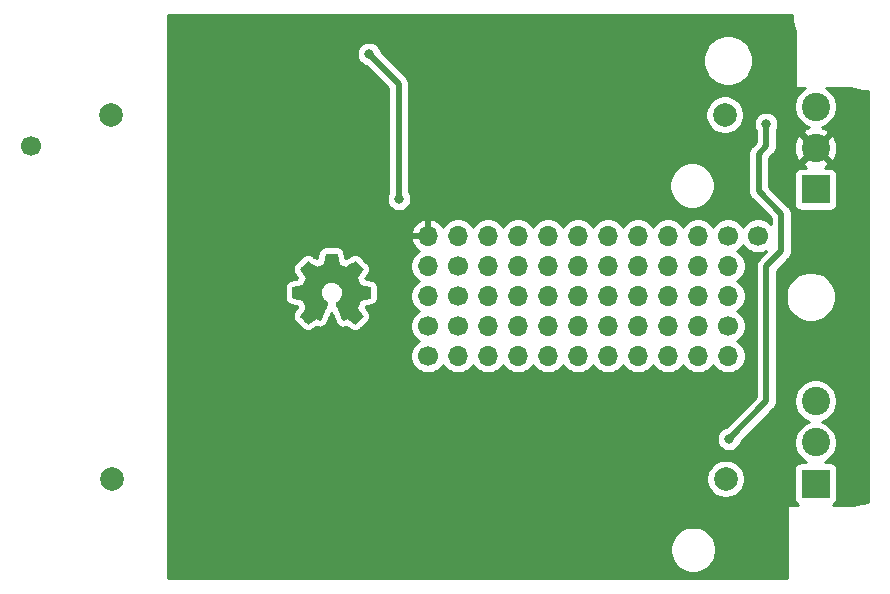
<source format=gbr>
G04 #@! TF.GenerationSoftware,KiCad,Pcbnew,5.1.5-52549c5~86~ubuntu18.04.1*
G04 #@! TF.CreationDate,2020-08-17T23:59:02-05:00*
G04 #@! TF.ProjectId,RAK811_LORA_ADAPTABLE_NODE,52414b38-3131-45f4-9c4f-52415f414441,rev?*
G04 #@! TF.SameCoordinates,Original*
G04 #@! TF.FileFunction,Copper,L1,Top*
G04 #@! TF.FilePolarity,Positive*
%FSLAX46Y46*%
G04 Gerber Fmt 4.6, Leading zero omitted, Abs format (unit mm)*
G04 Created by KiCad (PCBNEW 5.1.5-52549c5~86~ubuntu18.04.1) date 2020-08-17 23:59:02*
%MOMM*%
%LPD*%
G04 APERTURE LIST*
%ADD10C,0.010000*%
%ADD11O,1.700000X1.700000*%
%ADD12C,1.700000*%
%ADD13C,2.400000*%
%ADD14R,2.400000X2.400000*%
%ADD15C,2.000000*%
%ADD16C,0.800000*%
%ADD17C,0.500000*%
%ADD18C,0.254000*%
G04 APERTURE END LIST*
D10*
G36*
X129460814Y-121293931D02*
G01*
X129544635Y-121738555D01*
X129853920Y-121866053D01*
X130163206Y-121993551D01*
X130534246Y-121741246D01*
X130638157Y-121670996D01*
X130732087Y-121608272D01*
X130811652Y-121555938D01*
X130872470Y-121516857D01*
X130910157Y-121493893D01*
X130920421Y-121488942D01*
X130938910Y-121501676D01*
X130978420Y-121536882D01*
X131034522Y-121590062D01*
X131102787Y-121656718D01*
X131178786Y-121732354D01*
X131258092Y-121812472D01*
X131336275Y-121892574D01*
X131408907Y-121968164D01*
X131471559Y-122034745D01*
X131519803Y-122087818D01*
X131549210Y-122122887D01*
X131556241Y-122134623D01*
X131546123Y-122156260D01*
X131517759Y-122203662D01*
X131474129Y-122272193D01*
X131418218Y-122357215D01*
X131353006Y-122454093D01*
X131315219Y-122509350D01*
X131246343Y-122610248D01*
X131185140Y-122701299D01*
X131134578Y-122777970D01*
X131097628Y-122835728D01*
X131077258Y-122870043D01*
X131074197Y-122877254D01*
X131081136Y-122897748D01*
X131100051Y-122945513D01*
X131128087Y-123013832D01*
X131162391Y-123095989D01*
X131200109Y-123185270D01*
X131238387Y-123274958D01*
X131274370Y-123358338D01*
X131305206Y-123428694D01*
X131328039Y-123479310D01*
X131340017Y-123503471D01*
X131340724Y-123504422D01*
X131359531Y-123509036D01*
X131409618Y-123519328D01*
X131485793Y-123534287D01*
X131582865Y-123552901D01*
X131695643Y-123574159D01*
X131761442Y-123586418D01*
X131881950Y-123609362D01*
X131990797Y-123631195D01*
X132082476Y-123650722D01*
X132151481Y-123666748D01*
X132192304Y-123678079D01*
X132200511Y-123681674D01*
X132208548Y-123706006D01*
X132215033Y-123760959D01*
X132219970Y-123840108D01*
X132223364Y-123937026D01*
X132225218Y-124045287D01*
X132225538Y-124158465D01*
X132224327Y-124270135D01*
X132221590Y-124373868D01*
X132217331Y-124463241D01*
X132211555Y-124531826D01*
X132204267Y-124573197D01*
X132199895Y-124581810D01*
X132173764Y-124592133D01*
X132118393Y-124606892D01*
X132041107Y-124624352D01*
X131949230Y-124642780D01*
X131917158Y-124648741D01*
X131762524Y-124677066D01*
X131640375Y-124699876D01*
X131546673Y-124718080D01*
X131477384Y-124732583D01*
X131428471Y-124744292D01*
X131395897Y-124754115D01*
X131375628Y-124762956D01*
X131363626Y-124771724D01*
X131361947Y-124773457D01*
X131345184Y-124801371D01*
X131319614Y-124855695D01*
X131287788Y-124929777D01*
X131252260Y-125016965D01*
X131215583Y-125110608D01*
X131180311Y-125204052D01*
X131148996Y-125290647D01*
X131124193Y-125363740D01*
X131108454Y-125416678D01*
X131104332Y-125442811D01*
X131104676Y-125443726D01*
X131118641Y-125465086D01*
X131150322Y-125512084D01*
X131196391Y-125579827D01*
X131253518Y-125663423D01*
X131318373Y-125757982D01*
X131336843Y-125784854D01*
X131402699Y-125882275D01*
X131460650Y-125971163D01*
X131507538Y-126046412D01*
X131540207Y-126102920D01*
X131555500Y-126135581D01*
X131556241Y-126139593D01*
X131543392Y-126160684D01*
X131507888Y-126202464D01*
X131454293Y-126260445D01*
X131387171Y-126330135D01*
X131311087Y-126407045D01*
X131230604Y-126486683D01*
X131150287Y-126564561D01*
X131074699Y-126636186D01*
X131008405Y-126697070D01*
X130955969Y-126742721D01*
X130921955Y-126768650D01*
X130912545Y-126772883D01*
X130890643Y-126762912D01*
X130845800Y-126736020D01*
X130785321Y-126696736D01*
X130738789Y-126665117D01*
X130654475Y-126607098D01*
X130554626Y-126538784D01*
X130454473Y-126470579D01*
X130400627Y-126434075D01*
X130218371Y-126310800D01*
X130065381Y-126393520D01*
X129995682Y-126429759D01*
X129936414Y-126457926D01*
X129896311Y-126473991D01*
X129886103Y-126476226D01*
X129873829Y-126459722D01*
X129849613Y-126413082D01*
X129815263Y-126340609D01*
X129772588Y-126246606D01*
X129723394Y-126135374D01*
X129669490Y-126011215D01*
X129612684Y-125878432D01*
X129554782Y-125741327D01*
X129497593Y-125604202D01*
X129442924Y-125471358D01*
X129392584Y-125347098D01*
X129348380Y-125235725D01*
X129312119Y-125141539D01*
X129285609Y-125068844D01*
X129270658Y-125021941D01*
X129268254Y-125005833D01*
X129287311Y-124985286D01*
X129329036Y-124951933D01*
X129384706Y-124912702D01*
X129389378Y-124909599D01*
X129533264Y-124794423D01*
X129649283Y-124660053D01*
X129736430Y-124510784D01*
X129793699Y-124350913D01*
X129820086Y-124184737D01*
X129814585Y-124016552D01*
X129776190Y-123850655D01*
X129703895Y-123691342D01*
X129682626Y-123656487D01*
X129571996Y-123515737D01*
X129441302Y-123402714D01*
X129295064Y-123318003D01*
X129137808Y-123262194D01*
X128974057Y-123235874D01*
X128808333Y-123239630D01*
X128645162Y-123274050D01*
X128489065Y-123339723D01*
X128344567Y-123437235D01*
X128299869Y-123476813D01*
X128186112Y-123600703D01*
X128103218Y-123731124D01*
X128046356Y-123877315D01*
X128014687Y-124022088D01*
X128006869Y-124184860D01*
X128032938Y-124348440D01*
X128090245Y-124507298D01*
X128176144Y-124655906D01*
X128287986Y-124788735D01*
X128423123Y-124900256D01*
X128440883Y-124912011D01*
X128497150Y-124950508D01*
X128539923Y-124983863D01*
X128560372Y-125005160D01*
X128560669Y-125005833D01*
X128556279Y-125028871D01*
X128538876Y-125081157D01*
X128510268Y-125158390D01*
X128472265Y-125256268D01*
X128426674Y-125370491D01*
X128375303Y-125496758D01*
X128319962Y-125630767D01*
X128262458Y-125768218D01*
X128204601Y-125904808D01*
X128148198Y-126036237D01*
X128095058Y-126158205D01*
X128046990Y-126266409D01*
X128005801Y-126356549D01*
X127973301Y-126424323D01*
X127951297Y-126465430D01*
X127942436Y-126476226D01*
X127915360Y-126467819D01*
X127864697Y-126445272D01*
X127799183Y-126412613D01*
X127763159Y-126393520D01*
X127610168Y-126310800D01*
X127427912Y-126434075D01*
X127334875Y-126497228D01*
X127233015Y-126566727D01*
X127137562Y-126632165D01*
X127089750Y-126665117D01*
X127022505Y-126710273D01*
X126965564Y-126746057D01*
X126926354Y-126767938D01*
X126913619Y-126772563D01*
X126895083Y-126760085D01*
X126854059Y-126725252D01*
X126794525Y-126671678D01*
X126720458Y-126602983D01*
X126635835Y-126522781D01*
X126582315Y-126471286D01*
X126488681Y-126379286D01*
X126407759Y-126296999D01*
X126342823Y-126227945D01*
X126297142Y-126175644D01*
X126273989Y-126143616D01*
X126271768Y-126137116D01*
X126282076Y-126112394D01*
X126310561Y-126062405D01*
X126354063Y-125992212D01*
X126409423Y-125906875D01*
X126473480Y-125811456D01*
X126491697Y-125784854D01*
X126558073Y-125688167D01*
X126617622Y-125601117D01*
X126667016Y-125528595D01*
X126702925Y-125475493D01*
X126722019Y-125446703D01*
X126723864Y-125443726D01*
X126721105Y-125420782D01*
X126706462Y-125370336D01*
X126682487Y-125299041D01*
X126651734Y-125213547D01*
X126616756Y-125120507D01*
X126580107Y-125026574D01*
X126544339Y-124938399D01*
X126512006Y-124862634D01*
X126485662Y-124805931D01*
X126467858Y-124774943D01*
X126466593Y-124773457D01*
X126455706Y-124764601D01*
X126437318Y-124755843D01*
X126407394Y-124746277D01*
X126361897Y-124734996D01*
X126296791Y-124721093D01*
X126208039Y-124703663D01*
X126091607Y-124681798D01*
X125943458Y-124654591D01*
X125911382Y-124648741D01*
X125816314Y-124630374D01*
X125733435Y-124612405D01*
X125670070Y-124596569D01*
X125633542Y-124584600D01*
X125628644Y-124581810D01*
X125620573Y-124557072D01*
X125614013Y-124501790D01*
X125608967Y-124422389D01*
X125605441Y-124325296D01*
X125603439Y-124216938D01*
X125602964Y-124103740D01*
X125604023Y-123992128D01*
X125606618Y-123888529D01*
X125610754Y-123799368D01*
X125616437Y-123731072D01*
X125623669Y-123690066D01*
X125628029Y-123681674D01*
X125652302Y-123673208D01*
X125707574Y-123659435D01*
X125788338Y-123641550D01*
X125889088Y-123620748D01*
X126004317Y-123598223D01*
X126067098Y-123586418D01*
X126186213Y-123564151D01*
X126292435Y-123543979D01*
X126380573Y-123526915D01*
X126445434Y-123513969D01*
X126481826Y-123506155D01*
X126487816Y-123504422D01*
X126497939Y-123484890D01*
X126519338Y-123437843D01*
X126549161Y-123370003D01*
X126584555Y-123288091D01*
X126622668Y-123198828D01*
X126660647Y-123108935D01*
X126695640Y-123025135D01*
X126724794Y-122954147D01*
X126745257Y-122902694D01*
X126754177Y-122877497D01*
X126754343Y-122876396D01*
X126744231Y-122856519D01*
X126715883Y-122810777D01*
X126672277Y-122743717D01*
X126616394Y-122659884D01*
X126551213Y-122563826D01*
X126513321Y-122508650D01*
X126444275Y-122407481D01*
X126382950Y-122315630D01*
X126332337Y-122237744D01*
X126295429Y-122178469D01*
X126275218Y-122142451D01*
X126272299Y-122134377D01*
X126284847Y-122115584D01*
X126319537Y-122075457D01*
X126371937Y-122018493D01*
X126437616Y-121949185D01*
X126512144Y-121872031D01*
X126591087Y-121791525D01*
X126670017Y-121712163D01*
X126744500Y-121638440D01*
X126810106Y-121574852D01*
X126862404Y-121525894D01*
X126896961Y-121496061D01*
X126908522Y-121488942D01*
X126927346Y-121498953D01*
X126972369Y-121527078D01*
X127039213Y-121570454D01*
X127123501Y-121626218D01*
X127220856Y-121691506D01*
X127294293Y-121741246D01*
X127665333Y-121993551D01*
X128283905Y-121738555D01*
X128367725Y-121293931D01*
X128451546Y-120849307D01*
X129376994Y-120849307D01*
X129460814Y-121293931D01*
G37*
X129460814Y-121293931D02*
X129544635Y-121738555D01*
X129853920Y-121866053D01*
X130163206Y-121993551D01*
X130534246Y-121741246D01*
X130638157Y-121670996D01*
X130732087Y-121608272D01*
X130811652Y-121555938D01*
X130872470Y-121516857D01*
X130910157Y-121493893D01*
X130920421Y-121488942D01*
X130938910Y-121501676D01*
X130978420Y-121536882D01*
X131034522Y-121590062D01*
X131102787Y-121656718D01*
X131178786Y-121732354D01*
X131258092Y-121812472D01*
X131336275Y-121892574D01*
X131408907Y-121968164D01*
X131471559Y-122034745D01*
X131519803Y-122087818D01*
X131549210Y-122122887D01*
X131556241Y-122134623D01*
X131546123Y-122156260D01*
X131517759Y-122203662D01*
X131474129Y-122272193D01*
X131418218Y-122357215D01*
X131353006Y-122454093D01*
X131315219Y-122509350D01*
X131246343Y-122610248D01*
X131185140Y-122701299D01*
X131134578Y-122777970D01*
X131097628Y-122835728D01*
X131077258Y-122870043D01*
X131074197Y-122877254D01*
X131081136Y-122897748D01*
X131100051Y-122945513D01*
X131128087Y-123013832D01*
X131162391Y-123095989D01*
X131200109Y-123185270D01*
X131238387Y-123274958D01*
X131274370Y-123358338D01*
X131305206Y-123428694D01*
X131328039Y-123479310D01*
X131340017Y-123503471D01*
X131340724Y-123504422D01*
X131359531Y-123509036D01*
X131409618Y-123519328D01*
X131485793Y-123534287D01*
X131582865Y-123552901D01*
X131695643Y-123574159D01*
X131761442Y-123586418D01*
X131881950Y-123609362D01*
X131990797Y-123631195D01*
X132082476Y-123650722D01*
X132151481Y-123666748D01*
X132192304Y-123678079D01*
X132200511Y-123681674D01*
X132208548Y-123706006D01*
X132215033Y-123760959D01*
X132219970Y-123840108D01*
X132223364Y-123937026D01*
X132225218Y-124045287D01*
X132225538Y-124158465D01*
X132224327Y-124270135D01*
X132221590Y-124373868D01*
X132217331Y-124463241D01*
X132211555Y-124531826D01*
X132204267Y-124573197D01*
X132199895Y-124581810D01*
X132173764Y-124592133D01*
X132118393Y-124606892D01*
X132041107Y-124624352D01*
X131949230Y-124642780D01*
X131917158Y-124648741D01*
X131762524Y-124677066D01*
X131640375Y-124699876D01*
X131546673Y-124718080D01*
X131477384Y-124732583D01*
X131428471Y-124744292D01*
X131395897Y-124754115D01*
X131375628Y-124762956D01*
X131363626Y-124771724D01*
X131361947Y-124773457D01*
X131345184Y-124801371D01*
X131319614Y-124855695D01*
X131287788Y-124929777D01*
X131252260Y-125016965D01*
X131215583Y-125110608D01*
X131180311Y-125204052D01*
X131148996Y-125290647D01*
X131124193Y-125363740D01*
X131108454Y-125416678D01*
X131104332Y-125442811D01*
X131104676Y-125443726D01*
X131118641Y-125465086D01*
X131150322Y-125512084D01*
X131196391Y-125579827D01*
X131253518Y-125663423D01*
X131318373Y-125757982D01*
X131336843Y-125784854D01*
X131402699Y-125882275D01*
X131460650Y-125971163D01*
X131507538Y-126046412D01*
X131540207Y-126102920D01*
X131555500Y-126135581D01*
X131556241Y-126139593D01*
X131543392Y-126160684D01*
X131507888Y-126202464D01*
X131454293Y-126260445D01*
X131387171Y-126330135D01*
X131311087Y-126407045D01*
X131230604Y-126486683D01*
X131150287Y-126564561D01*
X131074699Y-126636186D01*
X131008405Y-126697070D01*
X130955969Y-126742721D01*
X130921955Y-126768650D01*
X130912545Y-126772883D01*
X130890643Y-126762912D01*
X130845800Y-126736020D01*
X130785321Y-126696736D01*
X130738789Y-126665117D01*
X130654475Y-126607098D01*
X130554626Y-126538784D01*
X130454473Y-126470579D01*
X130400627Y-126434075D01*
X130218371Y-126310800D01*
X130065381Y-126393520D01*
X129995682Y-126429759D01*
X129936414Y-126457926D01*
X129896311Y-126473991D01*
X129886103Y-126476226D01*
X129873829Y-126459722D01*
X129849613Y-126413082D01*
X129815263Y-126340609D01*
X129772588Y-126246606D01*
X129723394Y-126135374D01*
X129669490Y-126011215D01*
X129612684Y-125878432D01*
X129554782Y-125741327D01*
X129497593Y-125604202D01*
X129442924Y-125471358D01*
X129392584Y-125347098D01*
X129348380Y-125235725D01*
X129312119Y-125141539D01*
X129285609Y-125068844D01*
X129270658Y-125021941D01*
X129268254Y-125005833D01*
X129287311Y-124985286D01*
X129329036Y-124951933D01*
X129384706Y-124912702D01*
X129389378Y-124909599D01*
X129533264Y-124794423D01*
X129649283Y-124660053D01*
X129736430Y-124510784D01*
X129793699Y-124350913D01*
X129820086Y-124184737D01*
X129814585Y-124016552D01*
X129776190Y-123850655D01*
X129703895Y-123691342D01*
X129682626Y-123656487D01*
X129571996Y-123515737D01*
X129441302Y-123402714D01*
X129295064Y-123318003D01*
X129137808Y-123262194D01*
X128974057Y-123235874D01*
X128808333Y-123239630D01*
X128645162Y-123274050D01*
X128489065Y-123339723D01*
X128344567Y-123437235D01*
X128299869Y-123476813D01*
X128186112Y-123600703D01*
X128103218Y-123731124D01*
X128046356Y-123877315D01*
X128014687Y-124022088D01*
X128006869Y-124184860D01*
X128032938Y-124348440D01*
X128090245Y-124507298D01*
X128176144Y-124655906D01*
X128287986Y-124788735D01*
X128423123Y-124900256D01*
X128440883Y-124912011D01*
X128497150Y-124950508D01*
X128539923Y-124983863D01*
X128560372Y-125005160D01*
X128560669Y-125005833D01*
X128556279Y-125028871D01*
X128538876Y-125081157D01*
X128510268Y-125158390D01*
X128472265Y-125256268D01*
X128426674Y-125370491D01*
X128375303Y-125496758D01*
X128319962Y-125630767D01*
X128262458Y-125768218D01*
X128204601Y-125904808D01*
X128148198Y-126036237D01*
X128095058Y-126158205D01*
X128046990Y-126266409D01*
X128005801Y-126356549D01*
X127973301Y-126424323D01*
X127951297Y-126465430D01*
X127942436Y-126476226D01*
X127915360Y-126467819D01*
X127864697Y-126445272D01*
X127799183Y-126412613D01*
X127763159Y-126393520D01*
X127610168Y-126310800D01*
X127427912Y-126434075D01*
X127334875Y-126497228D01*
X127233015Y-126566727D01*
X127137562Y-126632165D01*
X127089750Y-126665117D01*
X127022505Y-126710273D01*
X126965564Y-126746057D01*
X126926354Y-126767938D01*
X126913619Y-126772563D01*
X126895083Y-126760085D01*
X126854059Y-126725252D01*
X126794525Y-126671678D01*
X126720458Y-126602983D01*
X126635835Y-126522781D01*
X126582315Y-126471286D01*
X126488681Y-126379286D01*
X126407759Y-126296999D01*
X126342823Y-126227945D01*
X126297142Y-126175644D01*
X126273989Y-126143616D01*
X126271768Y-126137116D01*
X126282076Y-126112394D01*
X126310561Y-126062405D01*
X126354063Y-125992212D01*
X126409423Y-125906875D01*
X126473480Y-125811456D01*
X126491697Y-125784854D01*
X126558073Y-125688167D01*
X126617622Y-125601117D01*
X126667016Y-125528595D01*
X126702925Y-125475493D01*
X126722019Y-125446703D01*
X126723864Y-125443726D01*
X126721105Y-125420782D01*
X126706462Y-125370336D01*
X126682487Y-125299041D01*
X126651734Y-125213547D01*
X126616756Y-125120507D01*
X126580107Y-125026574D01*
X126544339Y-124938399D01*
X126512006Y-124862634D01*
X126485662Y-124805931D01*
X126467858Y-124774943D01*
X126466593Y-124773457D01*
X126455706Y-124764601D01*
X126437318Y-124755843D01*
X126407394Y-124746277D01*
X126361897Y-124734996D01*
X126296791Y-124721093D01*
X126208039Y-124703663D01*
X126091607Y-124681798D01*
X125943458Y-124654591D01*
X125911382Y-124648741D01*
X125816314Y-124630374D01*
X125733435Y-124612405D01*
X125670070Y-124596569D01*
X125633542Y-124584600D01*
X125628644Y-124581810D01*
X125620573Y-124557072D01*
X125614013Y-124501790D01*
X125608967Y-124422389D01*
X125605441Y-124325296D01*
X125603439Y-124216938D01*
X125602964Y-124103740D01*
X125604023Y-123992128D01*
X125606618Y-123888529D01*
X125610754Y-123799368D01*
X125616437Y-123731072D01*
X125623669Y-123690066D01*
X125628029Y-123681674D01*
X125652302Y-123673208D01*
X125707574Y-123659435D01*
X125788338Y-123641550D01*
X125889088Y-123620748D01*
X126004317Y-123598223D01*
X126067098Y-123586418D01*
X126186213Y-123564151D01*
X126292435Y-123543979D01*
X126380573Y-123526915D01*
X126445434Y-123513969D01*
X126481826Y-123506155D01*
X126487816Y-123504422D01*
X126497939Y-123484890D01*
X126519338Y-123437843D01*
X126549161Y-123370003D01*
X126584555Y-123288091D01*
X126622668Y-123198828D01*
X126660647Y-123108935D01*
X126695640Y-123025135D01*
X126724794Y-122954147D01*
X126745257Y-122902694D01*
X126754177Y-122877497D01*
X126754343Y-122876396D01*
X126744231Y-122856519D01*
X126715883Y-122810777D01*
X126672277Y-122743717D01*
X126616394Y-122659884D01*
X126551213Y-122563826D01*
X126513321Y-122508650D01*
X126444275Y-122407481D01*
X126382950Y-122315630D01*
X126332337Y-122237744D01*
X126295429Y-122178469D01*
X126275218Y-122142451D01*
X126272299Y-122134377D01*
X126284847Y-122115584D01*
X126319537Y-122075457D01*
X126371937Y-122018493D01*
X126437616Y-121949185D01*
X126512144Y-121872031D01*
X126591087Y-121791525D01*
X126670017Y-121712163D01*
X126744500Y-121638440D01*
X126810106Y-121574852D01*
X126862404Y-121525894D01*
X126896961Y-121496061D01*
X126908522Y-121488942D01*
X126927346Y-121498953D01*
X126972369Y-121527078D01*
X127039213Y-121570454D01*
X127123501Y-121626218D01*
X127220856Y-121691506D01*
X127294293Y-121741246D01*
X127665333Y-121993551D01*
X128283905Y-121738555D01*
X128367725Y-121293931D01*
X128451546Y-120849307D01*
X129376994Y-120849307D01*
X129460814Y-121293931D01*
D11*
X159955000Y-121885000D03*
X157415000Y-121885000D03*
X154875000Y-121885000D03*
X152335000Y-121885000D03*
X149795000Y-121885000D03*
X147255000Y-121885000D03*
X144715000Y-121885000D03*
X142175000Y-121885000D03*
D12*
X139635000Y-121885000D03*
D11*
X159955000Y-124425000D03*
X157415000Y-124425000D03*
X154875000Y-124425000D03*
X152335000Y-124425000D03*
X149795000Y-124425000D03*
X147255000Y-124425000D03*
X144715000Y-124425000D03*
X142175000Y-124425000D03*
D12*
X139635000Y-124425000D03*
D11*
X159955000Y-126965000D03*
X157415000Y-126965000D03*
X154875000Y-126965000D03*
X152335000Y-126965000D03*
X149795000Y-126965000D03*
X147255000Y-126965000D03*
X144715000Y-126965000D03*
X142175000Y-126965000D03*
D12*
X139635000Y-126965000D03*
X103505000Y-111760000D03*
X165035000Y-119345000D03*
D13*
X169910000Y-108400000D03*
X169910000Y-111900000D03*
D14*
X169910000Y-115400000D03*
D11*
X137095000Y-119345000D03*
X139635000Y-119345000D03*
X142175000Y-119345000D03*
X144715000Y-119345000D03*
X147255000Y-119345000D03*
X149795000Y-119345000D03*
X152335000Y-119345000D03*
X154875000Y-119345000D03*
X157415000Y-119345000D03*
X159955000Y-119345000D03*
D12*
X162495000Y-119345000D03*
D11*
X162495000Y-129505000D03*
X159955000Y-129505000D03*
X157415000Y-129505000D03*
X154875000Y-129505000D03*
X152335000Y-129505000D03*
X149795000Y-129505000D03*
X147255000Y-129505000D03*
X144715000Y-129505000D03*
X142175000Y-129505000D03*
X139635000Y-129505000D03*
D12*
X137095000Y-129505000D03*
D11*
X137095000Y-121885000D03*
X137095000Y-124425000D03*
D12*
X137095000Y-126965000D03*
D11*
X162495000Y-121885000D03*
X162495000Y-124425000D03*
D12*
X162495000Y-126965000D03*
D15*
X110220000Y-109085000D03*
X162210000Y-109085000D03*
D13*
X169910000Y-133335000D03*
X169910000Y-136835000D03*
D14*
X169910000Y-140335000D03*
D15*
X162290000Y-139915000D03*
X110300000Y-139915000D03*
D16*
X162560000Y-136525000D03*
X165735000Y-109855000D03*
X138430000Y-103505000D03*
X137159998Y-117474998D03*
X132080000Y-103924990D03*
X134620000Y-116205000D03*
D17*
X165735000Y-133350000D02*
X162560000Y-136525000D01*
X165735000Y-121920000D02*
X165735000Y-133350000D01*
X167005000Y-117475000D02*
X167005000Y-120650000D01*
X167005000Y-120650000D02*
X165735000Y-121920000D01*
X165735000Y-109855000D02*
X165735000Y-111760000D01*
X165735000Y-111760000D02*
X165100000Y-112395000D01*
X165100000Y-115570000D02*
X167005000Y-117475000D01*
X165100000Y-112395000D02*
X165100000Y-115570000D01*
X138430000Y-116204996D02*
X137159998Y-117474998D01*
X138430000Y-103505000D02*
X138430000Y-116204996D01*
X132080000Y-103924990D02*
X134620000Y-106464990D01*
X134620000Y-115639315D02*
X134620000Y-116205000D01*
X134620000Y-106464990D02*
X134620000Y-115639315D01*
D18*
G36*
X167922061Y-101068607D02*
G01*
X167938262Y-101170898D01*
X168148000Y-102044519D01*
X168148000Y-106680000D01*
X168150440Y-106704776D01*
X168157667Y-106728601D01*
X168169403Y-106750557D01*
X168185197Y-106769803D01*
X168204443Y-106785597D01*
X168226399Y-106797333D01*
X168250224Y-106804560D01*
X168275000Y-106807000D01*
X168991180Y-106807000D01*
X168740256Y-106974662D01*
X168484662Y-107230256D01*
X168283844Y-107530801D01*
X168145518Y-107864750D01*
X168075000Y-108219268D01*
X168075000Y-108580732D01*
X168145518Y-108935250D01*
X168283844Y-109269199D01*
X168484662Y-109569744D01*
X168740256Y-109825338D01*
X169040801Y-110026156D01*
X169347489Y-110153190D01*
X169154167Y-110218154D01*
X168931514Y-110337164D01*
X168811626Y-110622020D01*
X169910000Y-111720395D01*
X171008374Y-110622020D01*
X170888486Y-110337164D01*
X170564790Y-110176301D01*
X170475310Y-110152031D01*
X170779199Y-110026156D01*
X171079744Y-109825338D01*
X171335338Y-109569744D01*
X171536156Y-109269199D01*
X171674482Y-108935250D01*
X171745000Y-108580732D01*
X171745000Y-108219268D01*
X171674482Y-107864750D01*
X171536156Y-107530801D01*
X171335338Y-107230256D01*
X171079744Y-106974662D01*
X170828820Y-106807000D01*
X172786132Y-106807000D01*
X172837316Y-106823631D01*
X173829102Y-107061738D01*
X173931393Y-107077939D01*
X174340000Y-107110097D01*
X174340001Y-141889903D01*
X173931393Y-141922061D01*
X173829102Y-141938262D01*
X173101267Y-142113000D01*
X171375698Y-142113000D01*
X171464494Y-142065537D01*
X171561185Y-141986185D01*
X171640537Y-141889494D01*
X171699502Y-141779180D01*
X171735812Y-141659482D01*
X171748072Y-141535000D01*
X171748072Y-139135000D01*
X171735812Y-139010518D01*
X171699502Y-138890820D01*
X171640537Y-138780506D01*
X171561185Y-138683815D01*
X171464494Y-138604463D01*
X171354180Y-138545498D01*
X171234482Y-138509188D01*
X171110000Y-138496928D01*
X170692838Y-138496928D01*
X170779199Y-138461156D01*
X171079744Y-138260338D01*
X171335338Y-138004744D01*
X171536156Y-137704199D01*
X171674482Y-137370250D01*
X171745000Y-137015732D01*
X171745000Y-136654268D01*
X171674482Y-136299750D01*
X171536156Y-135965801D01*
X171335338Y-135665256D01*
X171079744Y-135409662D01*
X170779199Y-135208844D01*
X170480213Y-135085000D01*
X170779199Y-134961156D01*
X171079744Y-134760338D01*
X171335338Y-134504744D01*
X171536156Y-134204199D01*
X171674482Y-133870250D01*
X171745000Y-133515732D01*
X171745000Y-133154268D01*
X171674482Y-132799750D01*
X171536156Y-132465801D01*
X171335338Y-132165256D01*
X171079744Y-131909662D01*
X170779199Y-131708844D01*
X170445250Y-131570518D01*
X170090732Y-131500000D01*
X169729268Y-131500000D01*
X169374750Y-131570518D01*
X169040801Y-131708844D01*
X168740256Y-131909662D01*
X168484662Y-132165256D01*
X168283844Y-132465801D01*
X168145518Y-132799750D01*
X168075000Y-133154268D01*
X168075000Y-133515732D01*
X168145518Y-133870250D01*
X168283844Y-134204199D01*
X168484662Y-134504744D01*
X168740256Y-134760338D01*
X169040801Y-134961156D01*
X169339787Y-135085000D01*
X169040801Y-135208844D01*
X168740256Y-135409662D01*
X168484662Y-135665256D01*
X168283844Y-135965801D01*
X168145518Y-136299750D01*
X168075000Y-136654268D01*
X168075000Y-137015732D01*
X168145518Y-137370250D01*
X168283844Y-137704199D01*
X168484662Y-138004744D01*
X168740256Y-138260338D01*
X169040801Y-138461156D01*
X169127162Y-138496928D01*
X168710000Y-138496928D01*
X168585518Y-138509188D01*
X168465820Y-138545498D01*
X168355506Y-138604463D01*
X168258815Y-138683815D01*
X168179463Y-138780506D01*
X168120498Y-138890820D01*
X168084188Y-139010518D01*
X168071928Y-139135000D01*
X168071928Y-141535000D01*
X168084188Y-141659482D01*
X168120498Y-141779180D01*
X168179463Y-141889494D01*
X168258815Y-141986185D01*
X168355506Y-142065537D01*
X168444302Y-142113000D01*
X167640000Y-142113000D01*
X167615224Y-142115440D01*
X167591399Y-142122667D01*
X167569443Y-142134403D01*
X167550197Y-142150197D01*
X167534403Y-142169443D01*
X167522667Y-142191399D01*
X167515440Y-142215224D01*
X167513000Y-142240000D01*
X167513000Y-148340000D01*
X115062000Y-148340000D01*
X115062000Y-145717449D01*
X157585000Y-145717449D01*
X157585000Y-146102551D01*
X157660130Y-146480252D01*
X157807502Y-146836040D01*
X158021453Y-147156240D01*
X158293760Y-147428547D01*
X158613960Y-147642498D01*
X158969748Y-147789870D01*
X159347449Y-147865000D01*
X159732551Y-147865000D01*
X160110252Y-147789870D01*
X160466040Y-147642498D01*
X160786240Y-147428547D01*
X161058547Y-147156240D01*
X161272498Y-146836040D01*
X161419870Y-146480252D01*
X161495000Y-146102551D01*
X161495000Y-145717449D01*
X161419870Y-145339748D01*
X161272498Y-144983960D01*
X161058547Y-144663760D01*
X160786240Y-144391453D01*
X160466040Y-144177502D01*
X160110252Y-144030130D01*
X159732551Y-143955000D01*
X159347449Y-143955000D01*
X158969748Y-144030130D01*
X158613960Y-144177502D01*
X158293760Y-144391453D01*
X158021453Y-144663760D01*
X157807502Y-144983960D01*
X157660130Y-145339748D01*
X157585000Y-145717449D01*
X115062000Y-145717449D01*
X115062000Y-139753967D01*
X160655000Y-139753967D01*
X160655000Y-140076033D01*
X160717832Y-140391912D01*
X160841082Y-140689463D01*
X161020013Y-140957252D01*
X161247748Y-141184987D01*
X161515537Y-141363918D01*
X161813088Y-141487168D01*
X162128967Y-141550000D01*
X162451033Y-141550000D01*
X162766912Y-141487168D01*
X163064463Y-141363918D01*
X163332252Y-141184987D01*
X163559987Y-140957252D01*
X163738918Y-140689463D01*
X163862168Y-140391912D01*
X163925000Y-140076033D01*
X163925000Y-139753967D01*
X163862168Y-139438088D01*
X163738918Y-139140537D01*
X163559987Y-138872748D01*
X163332252Y-138645013D01*
X163064463Y-138466082D01*
X162766912Y-138342832D01*
X162451033Y-138280000D01*
X162128967Y-138280000D01*
X161813088Y-138342832D01*
X161515537Y-138466082D01*
X161247748Y-138645013D01*
X161020013Y-138872748D01*
X160841082Y-139140537D01*
X160717832Y-139438088D01*
X160655000Y-139753967D01*
X115062000Y-139753967D01*
X115062000Y-124106426D01*
X124962970Y-124106426D01*
X124963445Y-124219624D01*
X124963455Y-124219720D01*
X124963445Y-124219825D01*
X124963548Y-124228760D01*
X124965550Y-124337118D01*
X124965694Y-124338349D01*
X124965600Y-124339590D01*
X124965863Y-124348523D01*
X124969389Y-124445616D01*
X124969956Y-124449818D01*
X124969751Y-124454058D01*
X124970255Y-124462980D01*
X124975301Y-124542380D01*
X124977397Y-124555271D01*
X124977481Y-124568325D01*
X124978472Y-124577206D01*
X124985032Y-124632488D01*
X124997579Y-124689710D01*
X125009424Y-124747065D01*
X125011767Y-124754419D01*
X125011784Y-124754496D01*
X125011812Y-124754561D01*
X125012137Y-124755580D01*
X125020208Y-124780318D01*
X125037826Y-124820510D01*
X125053089Y-124861698D01*
X125062860Y-124877623D01*
X125070353Y-124894716D01*
X125095438Y-124930715D01*
X125118414Y-124968160D01*
X125131094Y-124981885D01*
X125141763Y-124997196D01*
X125173374Y-125027649D01*
X125203175Y-125059906D01*
X125218269Y-125070899D01*
X125231717Y-125083855D01*
X125268641Y-125107588D01*
X125304139Y-125133442D01*
X125311873Y-125137918D01*
X125316772Y-125140708D01*
X125327914Y-125145684D01*
X125336791Y-125151390D01*
X125370204Y-125164572D01*
X125371343Y-125165081D01*
X125425788Y-125189942D01*
X125430678Y-125191582D01*
X125430820Y-125191645D01*
X125430968Y-125191679D01*
X125434261Y-125192783D01*
X125470789Y-125204752D01*
X125488870Y-125208774D01*
X125506241Y-125215246D01*
X125514896Y-125217472D01*
X125578261Y-125233308D01*
X125583797Y-125234129D01*
X125589107Y-125235919D01*
X125597827Y-125237873D01*
X125680707Y-125255842D01*
X125683479Y-125256164D01*
X125686150Y-125256998D01*
X125694912Y-125258754D01*
X125789980Y-125277121D01*
X125790102Y-125277132D01*
X125796553Y-125278355D01*
X125828162Y-125284120D01*
X125974653Y-125311022D01*
X126006428Y-125316990D01*
X126017358Y-125345003D01*
X125964065Y-125422633D01*
X125964044Y-125422670D01*
X125963645Y-125423245D01*
X125945428Y-125449847D01*
X125945359Y-125449973D01*
X125942112Y-125454737D01*
X125878056Y-125550156D01*
X125877787Y-125550656D01*
X125877421Y-125551102D01*
X125872506Y-125558565D01*
X125817146Y-125643902D01*
X125816157Y-125645813D01*
X125814824Y-125647507D01*
X125810064Y-125655070D01*
X125766562Y-125725262D01*
X125763314Y-125731867D01*
X125758980Y-125737815D01*
X125754502Y-125745548D01*
X125726017Y-125795537D01*
X125711792Y-125827375D01*
X125694864Y-125857870D01*
X125691368Y-125866094D01*
X125681060Y-125890816D01*
X125675854Y-125907807D01*
X125675063Y-125909578D01*
X125674332Y-125912775D01*
X125669449Y-125928715D01*
X125655149Y-125965706D01*
X125651190Y-125988310D01*
X125644470Y-126010243D01*
X125640441Y-126049678D01*
X125633599Y-126088739D01*
X125634106Y-126111681D01*
X125631774Y-126134502D01*
X125635482Y-126173977D01*
X125636357Y-126213615D01*
X125641308Y-126236014D01*
X125643454Y-126258861D01*
X125648591Y-126276131D01*
X125649556Y-126283916D01*
X125656645Y-126305398D01*
X125663316Y-126335576D01*
X125666146Y-126344052D01*
X125668368Y-126350552D01*
X125675190Y-126365547D01*
X125679068Y-126378582D01*
X125683701Y-126387382D01*
X125688700Y-126402530D01*
X125705746Y-126432704D01*
X125720096Y-126464244D01*
X125735379Y-126485540D01*
X125737257Y-126489107D01*
X125738424Y-126490550D01*
X125750136Y-126511282D01*
X125755321Y-126518561D01*
X125778474Y-126550588D01*
X125795030Y-126569326D01*
X125809285Y-126589886D01*
X125815117Y-126596657D01*
X125860798Y-126648958D01*
X125866122Y-126653969D01*
X125870510Y-126659826D01*
X125876586Y-126666378D01*
X125941522Y-126735432D01*
X125943553Y-126737207D01*
X125945220Y-126739332D01*
X125951442Y-126745747D01*
X126032364Y-126828034D01*
X126033153Y-126828693D01*
X126033803Y-126829493D01*
X126040133Y-126835800D01*
X126133767Y-126927800D01*
X126133862Y-126927876D01*
X126138576Y-126932475D01*
X126192096Y-126983970D01*
X126192214Y-126984063D01*
X126195583Y-126987301D01*
X126280207Y-127067503D01*
X126280297Y-127067573D01*
X126285247Y-127072228D01*
X126359313Y-127140923D01*
X126359587Y-127141132D01*
X126359816Y-127141389D01*
X126366417Y-127147412D01*
X126425950Y-127200986D01*
X126429784Y-127203811D01*
X126433051Y-127207282D01*
X126439822Y-127213113D01*
X126480846Y-127247945D01*
X126506507Y-127265736D01*
X126530308Y-127285955D01*
X126537686Y-127290997D01*
X126556222Y-127303475D01*
X126577487Y-127314948D01*
X126583495Y-127319113D01*
X126592381Y-127322983D01*
X126597030Y-127325491D01*
X126636677Y-127349541D01*
X126651899Y-127355093D01*
X126666150Y-127362782D01*
X126710451Y-127376451D01*
X126754021Y-127392344D01*
X126770026Y-127394833D01*
X126785504Y-127399609D01*
X126831628Y-127404414D01*
X126877443Y-127411540D01*
X126893624Y-127410873D01*
X126909738Y-127412552D01*
X126955925Y-127408306D01*
X127002243Y-127406397D01*
X127017986Y-127402600D01*
X127034119Y-127401117D01*
X127078597Y-127387982D01*
X127107394Y-127381037D01*
X127115218Y-127379436D01*
X127116821Y-127378763D01*
X127123668Y-127377112D01*
X127132088Y-127374120D01*
X127144823Y-127369495D01*
X127150673Y-127366697D01*
X127153911Y-127365741D01*
X127166874Y-127358949D01*
X127187132Y-127349261D01*
X127230395Y-127331107D01*
X127238229Y-127326807D01*
X127277439Y-127304926D01*
X127287486Y-127297953D01*
X127298504Y-127292639D01*
X127306103Y-127287936D01*
X127363044Y-127252152D01*
X127367186Y-127248945D01*
X127371841Y-127246524D01*
X127379294Y-127241593D01*
X127446540Y-127196437D01*
X127446602Y-127196386D01*
X127452936Y-127192085D01*
X127500288Y-127159451D01*
X127594272Y-127095020D01*
X127656088Y-127052843D01*
X127686640Y-127063001D01*
X127717064Y-127076325D01*
X127725580Y-127079034D01*
X127752656Y-127087441D01*
X127772369Y-127091505D01*
X127773668Y-127091937D01*
X127775718Y-127092196D01*
X127813174Y-127099918D01*
X127873560Y-127112509D01*
X127874282Y-127112516D01*
X127874989Y-127112662D01*
X127936361Y-127113143D01*
X127998460Y-127113770D01*
X127999178Y-127113635D01*
X127999891Y-127113641D01*
X128060166Y-127102197D01*
X128121226Y-127090746D01*
X128121897Y-127090478D01*
X128122605Y-127090343D01*
X128179710Y-127067328D01*
X128237182Y-127044315D01*
X128237790Y-127043920D01*
X128238457Y-127043651D01*
X128290034Y-127009963D01*
X128341911Y-126976245D01*
X128342429Y-126975741D01*
X128343032Y-126975347D01*
X128386911Y-126932452D01*
X128431424Y-126889132D01*
X128432299Y-126888081D01*
X128432349Y-126888032D01*
X128432393Y-126887968D01*
X128437141Y-126882264D01*
X128446002Y-126871468D01*
X128478300Y-126823181D01*
X128511273Y-126775313D01*
X128515441Y-126767654D01*
X128515447Y-126767646D01*
X128515450Y-126767638D01*
X128515545Y-126767464D01*
X128537549Y-126726357D01*
X128541290Y-126717352D01*
X128546461Y-126709083D01*
X128550380Y-126701053D01*
X128582881Y-126633278D01*
X128583383Y-126631901D01*
X128584138Y-126630642D01*
X128587908Y-126622540D01*
X128629097Y-126532400D01*
X128629136Y-126532288D01*
X128631875Y-126526235D01*
X128679943Y-126418032D01*
X128679995Y-126417874D01*
X128681788Y-126413836D01*
X128734929Y-126291868D01*
X128734976Y-126291722D01*
X128736327Y-126288634D01*
X128792730Y-126157204D01*
X128792771Y-126157076D01*
X128793913Y-126154430D01*
X128851770Y-126017840D01*
X128851809Y-126017715D01*
X128852872Y-126015223D01*
X128910376Y-125877772D01*
X128910415Y-125877644D01*
X128911506Y-125875054D01*
X128914301Y-125868285D01*
X128964095Y-125987678D01*
X128964160Y-125987799D01*
X128965203Y-125990317D01*
X129023105Y-126127422D01*
X129023167Y-126127537D01*
X129024269Y-126130162D01*
X129081075Y-126262945D01*
X129081146Y-126263074D01*
X129082430Y-126266089D01*
X129136334Y-126390247D01*
X129136408Y-126390381D01*
X129138082Y-126394237D01*
X129187276Y-126505469D01*
X129187344Y-126505589D01*
X129189828Y-126511164D01*
X129232503Y-126605167D01*
X129232901Y-126605857D01*
X129233163Y-126606618D01*
X129236935Y-126614719D01*
X129271285Y-126687192D01*
X129274971Y-126693337D01*
X129277548Y-126700036D01*
X129281611Y-126707995D01*
X129305827Y-126754635D01*
X129331387Y-126793936D01*
X129354997Y-126834440D01*
X129360280Y-126841648D01*
X129372554Y-126858152D01*
X129405979Y-126894965D01*
X129437918Y-126933096D01*
X129447903Y-126941138D01*
X129456518Y-126950627D01*
X129496452Y-126980244D01*
X129535193Y-127011448D01*
X129546552Y-127017399D01*
X129556844Y-127025032D01*
X129601775Y-127046331D01*
X129645835Y-127069414D01*
X129658127Y-127073044D01*
X129669712Y-127078535D01*
X129717936Y-127090703D01*
X129765628Y-127104785D01*
X129778393Y-127105958D01*
X129790822Y-127109094D01*
X129840492Y-127111664D01*
X129890011Y-127116214D01*
X129902758Y-127114886D01*
X129915561Y-127115548D01*
X129964778Y-127108422D01*
X129991575Y-127105629D01*
X130005583Y-127104593D01*
X130008048Y-127103913D01*
X130014243Y-127103267D01*
X130022986Y-127101416D01*
X130033194Y-127099181D01*
X130036903Y-127097979D01*
X130039178Y-127097650D01*
X130053255Y-127092682D01*
X130079274Y-127084253D01*
X130125987Y-127071360D01*
X130134305Y-127068094D01*
X130172432Y-127052820D01*
X130193864Y-127067416D01*
X130292296Y-127134760D01*
X130375985Y-127192349D01*
X130376121Y-127192424D01*
X130379088Y-127194470D01*
X130425619Y-127226089D01*
X130427544Y-127227138D01*
X130429239Y-127228531D01*
X130436699Y-127233451D01*
X130497178Y-127272735D01*
X130503422Y-127275972D01*
X130509015Y-127280241D01*
X130516647Y-127284890D01*
X130561490Y-127311782D01*
X130590139Y-127325355D01*
X130617359Y-127341632D01*
X130625467Y-127345391D01*
X130647369Y-127355362D01*
X130663778Y-127360973D01*
X130679233Y-127368841D01*
X130722760Y-127381141D01*
X130765556Y-127395775D01*
X130782743Y-127398092D01*
X130799432Y-127402808D01*
X130844524Y-127406420D01*
X130889343Y-127412462D01*
X130906649Y-127411397D01*
X130923940Y-127412782D01*
X130968863Y-127407568D01*
X131014013Y-127404789D01*
X131030793Y-127400380D01*
X131048013Y-127398381D01*
X131074584Y-127389840D01*
X131078068Y-127389318D01*
X131092294Y-127384219D01*
X131134818Y-127373045D01*
X131150413Y-127365465D01*
X131166926Y-127360157D01*
X131175101Y-127356548D01*
X131184511Y-127352315D01*
X131189859Y-127349250D01*
X131195650Y-127347174D01*
X131228405Y-127327556D01*
X131247157Y-127318442D01*
X131258231Y-127310060D01*
X131292878Y-127290201D01*
X131297522Y-127286162D01*
X131302807Y-127282996D01*
X131309951Y-127277628D01*
X131343965Y-127251699D01*
X131355954Y-127240551D01*
X131369428Y-127231241D01*
X131376209Y-127225420D01*
X131428645Y-127179769D01*
X131431421Y-127176830D01*
X131434687Y-127174442D01*
X131441311Y-127168443D01*
X131507605Y-127107559D01*
X131507955Y-127107168D01*
X131508376Y-127106850D01*
X131514905Y-127100749D01*
X131590493Y-127029124D01*
X131590554Y-127029054D01*
X131595805Y-127024032D01*
X131676122Y-126946154D01*
X131676207Y-126946054D01*
X131680758Y-126941613D01*
X131761241Y-126861975D01*
X131761315Y-126861886D01*
X131766072Y-126857144D01*
X131841883Y-126780509D01*
X131841889Y-126780504D01*
X131841973Y-126780417D01*
X131842156Y-126780233D01*
X131842167Y-126780219D01*
X131848133Y-126774111D01*
X131915255Y-126704420D01*
X131916560Y-126702769D01*
X131918157Y-126701388D01*
X131924268Y-126694868D01*
X131977863Y-126636887D01*
X131983249Y-126629778D01*
X131989747Y-126623667D01*
X131995581Y-126616898D01*
X132031085Y-126575118D01*
X132057205Y-126537477D01*
X132085250Y-126501257D01*
X132089952Y-126493658D01*
X132102802Y-126472567D01*
X132120787Y-126435281D01*
X132141203Y-126399248D01*
X132147869Y-126379133D01*
X132157067Y-126360064D01*
X132167466Y-126320001D01*
X132180496Y-126280683D01*
X132183127Y-126259662D01*
X132188448Y-126239164D01*
X132190869Y-126197823D01*
X132196011Y-126156744D01*
X132194510Y-126135624D01*
X132195749Y-126114472D01*
X132190093Y-126073450D01*
X132187159Y-126032152D01*
X132185597Y-126023354D01*
X132184856Y-126019342D01*
X132180785Y-126005205D01*
X132178868Y-125990626D01*
X132163534Y-125945297D01*
X132150292Y-125899313D01*
X132143557Y-125886244D01*
X132138842Y-125872307D01*
X132135109Y-125864188D01*
X132119816Y-125831527D01*
X132107986Y-125811596D01*
X132098695Y-125790363D01*
X132094276Y-125782596D01*
X132061607Y-125726088D01*
X132058034Y-125721104D01*
X132055392Y-125715571D01*
X132050719Y-125707954D01*
X132003831Y-125632704D01*
X132002551Y-125631037D01*
X132001603Y-125629153D01*
X131996774Y-125621634D01*
X131938823Y-125532746D01*
X131938280Y-125532068D01*
X131937871Y-125531288D01*
X131932918Y-125523850D01*
X131867062Y-125426429D01*
X131866957Y-125426302D01*
X131864271Y-125422335D01*
X131846162Y-125395989D01*
X131811187Y-125344995D01*
X131812959Y-125340299D01*
X131822082Y-125317008D01*
X131879022Y-125306375D01*
X132032471Y-125278267D01*
X132032560Y-125278241D01*
X132034107Y-125277965D01*
X132066179Y-125272004D01*
X132066244Y-125271985D01*
X132066316Y-125271979D01*
X132075090Y-125270282D01*
X132166967Y-125251854D01*
X132170124Y-125250892D01*
X132173408Y-125250528D01*
X132182138Y-125248620D01*
X132259424Y-125231160D01*
X132266846Y-125228701D01*
X132274578Y-125227542D01*
X132283228Y-125225301D01*
X132338599Y-125210542D01*
X132369116Y-125199117D01*
X132400577Y-125190595D01*
X132408911Y-125187369D01*
X132435042Y-125177046D01*
X132453885Y-125167380D01*
X132455576Y-125166747D01*
X132457803Y-125165370D01*
X132470473Y-125158871D01*
X132507115Y-125143251D01*
X132525925Y-125130426D01*
X132546179Y-125120036D01*
X132577405Y-125095325D01*
X132610315Y-125072886D01*
X132626277Y-125056650D01*
X132644126Y-125042525D01*
X132669966Y-125012211D01*
X132697882Y-124983815D01*
X132710380Y-124964798D01*
X132725153Y-124947467D01*
X132735533Y-124928926D01*
X132739853Y-124923552D01*
X132749035Y-124905981D01*
X132766482Y-124879434D01*
X132770582Y-124871493D01*
X132774954Y-124862880D01*
X132780570Y-124848485D01*
X132786172Y-124838479D01*
X132789254Y-124829018D01*
X132797703Y-124812850D01*
X132807604Y-124779190D01*
X132820351Y-124746516D01*
X132825182Y-124719429D01*
X132832950Y-124693021D01*
X132834562Y-124684231D01*
X132841850Y-124642860D01*
X132843724Y-124618452D01*
X132848486Y-124594434D01*
X132849297Y-124585535D01*
X132855073Y-124516949D01*
X132854974Y-124509747D01*
X132856118Y-124502628D01*
X132856606Y-124493705D01*
X132860865Y-124404333D01*
X132860748Y-124401998D01*
X132861070Y-124399680D01*
X132861367Y-124390749D01*
X132864104Y-124287016D01*
X132864068Y-124286513D01*
X132864130Y-124286010D01*
X132864289Y-124277075D01*
X132865498Y-124165601D01*
X132865499Y-124165591D01*
X132865535Y-124156655D01*
X132865215Y-124043477D01*
X132865205Y-124043374D01*
X132865215Y-124043264D01*
X132865124Y-124034329D01*
X132863270Y-123926067D01*
X132863126Y-123924820D01*
X132863223Y-123923560D01*
X132862972Y-123914627D01*
X132859578Y-123817709D01*
X132859011Y-123813466D01*
X132859223Y-123809187D01*
X132858729Y-123800265D01*
X132853792Y-123721116D01*
X132851684Y-123708058D01*
X132851608Y-123694834D01*
X132850623Y-123685953D01*
X132844138Y-123631000D01*
X132831342Y-123572464D01*
X132818999Y-123513781D01*
X132817497Y-123509126D01*
X132817464Y-123508975D01*
X132817403Y-123508835D01*
X132816255Y-123505277D01*
X132808218Y-123480945D01*
X132802630Y-123468322D01*
X132799020Y-123454984D01*
X132777380Y-123411284D01*
X132757656Y-123366730D01*
X132749721Y-123355431D01*
X132743590Y-123343050D01*
X132713873Y-123304385D01*
X132685872Y-123264512D01*
X132675895Y-123254970D01*
X132667475Y-123244015D01*
X132630833Y-123211875D01*
X132595602Y-123178182D01*
X132583950Y-123170753D01*
X132573572Y-123161650D01*
X132531392Y-123137243D01*
X132490281Y-123111031D01*
X132477416Y-123106010D01*
X132465461Y-123099092D01*
X132457301Y-123095450D01*
X132449094Y-123091855D01*
X132410112Y-123079147D01*
X132372067Y-123063843D01*
X132363473Y-123061393D01*
X132322651Y-123050063D01*
X132313612Y-123048483D01*
X132304955Y-123045422D01*
X132296264Y-123043340D01*
X132227259Y-123027314D01*
X132225868Y-123027132D01*
X132224528Y-123026685D01*
X132215800Y-123024763D01*
X132124122Y-123005236D01*
X132124041Y-123005227D01*
X132116664Y-123003694D01*
X132007817Y-122981861D01*
X132007683Y-122981848D01*
X132001652Y-122980656D01*
X131881144Y-122957712D01*
X131881018Y-122957701D01*
X131878663Y-122957245D01*
X131813926Y-122945184D01*
X131795035Y-122941623D01*
X131843805Y-122870179D01*
X131881294Y-122815357D01*
X131881370Y-122815219D01*
X131883928Y-122811475D01*
X131949140Y-122714597D01*
X131949195Y-122714496D01*
X131952956Y-122708862D01*
X132008867Y-122623840D01*
X132008987Y-122623611D01*
X132009152Y-122623407D01*
X132014003Y-122615902D01*
X132057633Y-122547371D01*
X132059629Y-122543435D01*
X132062307Y-122539918D01*
X132066949Y-122532281D01*
X132095313Y-122484879D01*
X132107335Y-122459440D01*
X132122026Y-122435431D01*
X132125867Y-122427363D01*
X132135985Y-122405726D01*
X132145664Y-122378335D01*
X132148682Y-122371949D01*
X132150551Y-122364505D01*
X132155271Y-122351148D01*
X132175366Y-122296751D01*
X132176086Y-122292244D01*
X132177601Y-122287956D01*
X132185915Y-122230699D01*
X132195065Y-122173408D01*
X132194896Y-122168851D01*
X132195550Y-122164346D01*
X132192581Y-122106491D01*
X132190432Y-122048587D01*
X132189383Y-122044157D01*
X132189149Y-122039604D01*
X132174985Y-121983373D01*
X132161642Y-121927044D01*
X132159753Y-121922903D01*
X132158639Y-121918482D01*
X132133837Y-121866104D01*
X132118107Y-121831627D01*
X132114393Y-121822609D01*
X132113111Y-121820678D01*
X132109794Y-121813408D01*
X132105255Y-121805710D01*
X132098224Y-121793974D01*
X132070793Y-121756938D01*
X132058712Y-121738740D01*
X135610000Y-121738740D01*
X135610000Y-122031260D01*
X135667068Y-122318158D01*
X135779010Y-122588411D01*
X135941525Y-122831632D01*
X136148368Y-123038475D01*
X136322760Y-123155000D01*
X136148368Y-123271525D01*
X135941525Y-123478368D01*
X135779010Y-123721589D01*
X135667068Y-123991842D01*
X135610000Y-124278740D01*
X135610000Y-124571260D01*
X135667068Y-124858158D01*
X135779010Y-125128411D01*
X135941525Y-125371632D01*
X136148368Y-125578475D01*
X136322760Y-125695000D01*
X136148368Y-125811525D01*
X135941525Y-126018368D01*
X135779010Y-126261589D01*
X135667068Y-126531842D01*
X135610000Y-126818740D01*
X135610000Y-127111260D01*
X135667068Y-127398158D01*
X135779010Y-127668411D01*
X135941525Y-127911632D01*
X136148368Y-128118475D01*
X136322760Y-128235000D01*
X136148368Y-128351525D01*
X135941525Y-128558368D01*
X135779010Y-128801589D01*
X135667068Y-129071842D01*
X135610000Y-129358740D01*
X135610000Y-129651260D01*
X135667068Y-129938158D01*
X135779010Y-130208411D01*
X135941525Y-130451632D01*
X136148368Y-130658475D01*
X136391589Y-130820990D01*
X136661842Y-130932932D01*
X136948740Y-130990000D01*
X137241260Y-130990000D01*
X137528158Y-130932932D01*
X137798411Y-130820990D01*
X138041632Y-130658475D01*
X138248475Y-130451632D01*
X138365000Y-130277240D01*
X138481525Y-130451632D01*
X138688368Y-130658475D01*
X138931589Y-130820990D01*
X139201842Y-130932932D01*
X139488740Y-130990000D01*
X139781260Y-130990000D01*
X140068158Y-130932932D01*
X140338411Y-130820990D01*
X140581632Y-130658475D01*
X140788475Y-130451632D01*
X140905000Y-130277240D01*
X141021525Y-130451632D01*
X141228368Y-130658475D01*
X141471589Y-130820990D01*
X141741842Y-130932932D01*
X142028740Y-130990000D01*
X142321260Y-130990000D01*
X142608158Y-130932932D01*
X142878411Y-130820990D01*
X143121632Y-130658475D01*
X143328475Y-130451632D01*
X143445000Y-130277240D01*
X143561525Y-130451632D01*
X143768368Y-130658475D01*
X144011589Y-130820990D01*
X144281842Y-130932932D01*
X144568740Y-130990000D01*
X144861260Y-130990000D01*
X145148158Y-130932932D01*
X145418411Y-130820990D01*
X145661632Y-130658475D01*
X145868475Y-130451632D01*
X145985000Y-130277240D01*
X146101525Y-130451632D01*
X146308368Y-130658475D01*
X146551589Y-130820990D01*
X146821842Y-130932932D01*
X147108740Y-130990000D01*
X147401260Y-130990000D01*
X147688158Y-130932932D01*
X147958411Y-130820990D01*
X148201632Y-130658475D01*
X148408475Y-130451632D01*
X148525000Y-130277240D01*
X148641525Y-130451632D01*
X148848368Y-130658475D01*
X149091589Y-130820990D01*
X149361842Y-130932932D01*
X149648740Y-130990000D01*
X149941260Y-130990000D01*
X150228158Y-130932932D01*
X150498411Y-130820990D01*
X150741632Y-130658475D01*
X150948475Y-130451632D01*
X151065000Y-130277240D01*
X151181525Y-130451632D01*
X151388368Y-130658475D01*
X151631589Y-130820990D01*
X151901842Y-130932932D01*
X152188740Y-130990000D01*
X152481260Y-130990000D01*
X152768158Y-130932932D01*
X153038411Y-130820990D01*
X153281632Y-130658475D01*
X153488475Y-130451632D01*
X153605000Y-130277240D01*
X153721525Y-130451632D01*
X153928368Y-130658475D01*
X154171589Y-130820990D01*
X154441842Y-130932932D01*
X154728740Y-130990000D01*
X155021260Y-130990000D01*
X155308158Y-130932932D01*
X155578411Y-130820990D01*
X155821632Y-130658475D01*
X156028475Y-130451632D01*
X156145000Y-130277240D01*
X156261525Y-130451632D01*
X156468368Y-130658475D01*
X156711589Y-130820990D01*
X156981842Y-130932932D01*
X157268740Y-130990000D01*
X157561260Y-130990000D01*
X157848158Y-130932932D01*
X158118411Y-130820990D01*
X158361632Y-130658475D01*
X158568475Y-130451632D01*
X158685000Y-130277240D01*
X158801525Y-130451632D01*
X159008368Y-130658475D01*
X159251589Y-130820990D01*
X159521842Y-130932932D01*
X159808740Y-130990000D01*
X160101260Y-130990000D01*
X160388158Y-130932932D01*
X160658411Y-130820990D01*
X160901632Y-130658475D01*
X161108475Y-130451632D01*
X161225000Y-130277240D01*
X161341525Y-130451632D01*
X161548368Y-130658475D01*
X161791589Y-130820990D01*
X162061842Y-130932932D01*
X162348740Y-130990000D01*
X162641260Y-130990000D01*
X162928158Y-130932932D01*
X163198411Y-130820990D01*
X163441632Y-130658475D01*
X163648475Y-130451632D01*
X163810990Y-130208411D01*
X163922932Y-129938158D01*
X163980000Y-129651260D01*
X163980000Y-129358740D01*
X163922932Y-129071842D01*
X163810990Y-128801589D01*
X163648475Y-128558368D01*
X163441632Y-128351525D01*
X163267240Y-128235000D01*
X163441632Y-128118475D01*
X163648475Y-127911632D01*
X163810990Y-127668411D01*
X163922932Y-127398158D01*
X163980000Y-127111260D01*
X163980000Y-126818740D01*
X163922932Y-126531842D01*
X163810990Y-126261589D01*
X163648475Y-126018368D01*
X163441632Y-125811525D01*
X163267240Y-125695000D01*
X163441632Y-125578475D01*
X163648475Y-125371632D01*
X163810990Y-125128411D01*
X163922932Y-124858158D01*
X163980000Y-124571260D01*
X163980000Y-124278740D01*
X163922932Y-123991842D01*
X163810990Y-123721589D01*
X163648475Y-123478368D01*
X163441632Y-123271525D01*
X163267240Y-123155000D01*
X163441632Y-123038475D01*
X163648475Y-122831632D01*
X163810990Y-122588411D01*
X163922932Y-122318158D01*
X163980000Y-122031260D01*
X163980000Y-121738740D01*
X163922932Y-121451842D01*
X163810990Y-121181589D01*
X163648475Y-120938368D01*
X163441632Y-120731525D01*
X163267240Y-120615000D01*
X163441632Y-120498475D01*
X163648475Y-120291632D01*
X163765000Y-120117240D01*
X163881525Y-120291632D01*
X164088368Y-120498475D01*
X164331589Y-120660990D01*
X164601842Y-120772932D01*
X164888740Y-120830000D01*
X165181260Y-120830000D01*
X165468158Y-120772932D01*
X165738411Y-120660990D01*
X165750527Y-120652894D01*
X165139956Y-121263466D01*
X165106183Y-121291183D01*
X164995589Y-121425942D01*
X164913411Y-121579688D01*
X164885713Y-121670996D01*
X164862805Y-121746510D01*
X164861757Y-121757150D01*
X164850000Y-121876524D01*
X164850000Y-121876531D01*
X164845719Y-121920000D01*
X164850000Y-121963469D01*
X164850001Y-132983420D01*
X162314957Y-135518465D01*
X162258102Y-135529774D01*
X162069744Y-135607795D01*
X161900226Y-135721063D01*
X161756063Y-135865226D01*
X161642795Y-136034744D01*
X161564774Y-136223102D01*
X161525000Y-136423061D01*
X161525000Y-136626939D01*
X161564774Y-136826898D01*
X161642795Y-137015256D01*
X161756063Y-137184774D01*
X161900226Y-137328937D01*
X162069744Y-137442205D01*
X162258102Y-137520226D01*
X162458061Y-137560000D01*
X162661939Y-137560000D01*
X162861898Y-137520226D01*
X163050256Y-137442205D01*
X163219774Y-137328937D01*
X163363937Y-137184774D01*
X163477205Y-137015256D01*
X163555226Y-136826898D01*
X163566535Y-136770043D01*
X166330049Y-134006530D01*
X166363817Y-133978817D01*
X166474411Y-133844059D01*
X166556589Y-133690313D01*
X166607195Y-133523490D01*
X166620000Y-133393477D01*
X166620000Y-133393467D01*
X166624281Y-133350001D01*
X166620000Y-133306534D01*
X166620000Y-124289721D01*
X167365000Y-124289721D01*
X167365000Y-124710279D01*
X167447047Y-125122756D01*
X167607988Y-125511302D01*
X167841637Y-125860983D01*
X168139017Y-126158363D01*
X168488698Y-126392012D01*
X168877244Y-126552953D01*
X169289721Y-126635000D01*
X169710279Y-126635000D01*
X170122756Y-126552953D01*
X170511302Y-126392012D01*
X170860983Y-126158363D01*
X171158363Y-125860983D01*
X171392012Y-125511302D01*
X171552953Y-125122756D01*
X171635000Y-124710279D01*
X171635000Y-124289721D01*
X171552953Y-123877244D01*
X171392012Y-123488698D01*
X171158363Y-123139017D01*
X170860983Y-122841637D01*
X170511302Y-122607988D01*
X170122756Y-122447047D01*
X169710279Y-122365000D01*
X169289721Y-122365000D01*
X168877244Y-122447047D01*
X168488698Y-122607988D01*
X168139017Y-122841637D01*
X167841637Y-123139017D01*
X167607988Y-123488698D01*
X167447047Y-123877244D01*
X167365000Y-124289721D01*
X166620000Y-124289721D01*
X166620000Y-122286578D01*
X167600049Y-121306530D01*
X167633817Y-121278817D01*
X167667831Y-121237372D01*
X167727230Y-121164994D01*
X167744411Y-121144059D01*
X167826589Y-120990313D01*
X167877195Y-120823490D01*
X167890000Y-120693477D01*
X167890000Y-120693467D01*
X167894281Y-120650001D01*
X167890000Y-120606535D01*
X167890000Y-117518469D01*
X167894281Y-117475000D01*
X167890000Y-117431531D01*
X167890000Y-117431523D01*
X167877195Y-117301510D01*
X167826589Y-117134687D01*
X167744411Y-116980941D01*
X167633817Y-116846183D01*
X167600050Y-116818471D01*
X165985000Y-115203422D01*
X165985000Y-114200000D01*
X168071928Y-114200000D01*
X168071928Y-116600000D01*
X168084188Y-116724482D01*
X168120498Y-116844180D01*
X168179463Y-116954494D01*
X168258815Y-117051185D01*
X168355506Y-117130537D01*
X168465820Y-117189502D01*
X168585518Y-117225812D01*
X168710000Y-117238072D01*
X171110000Y-117238072D01*
X171234482Y-117225812D01*
X171354180Y-117189502D01*
X171464494Y-117130537D01*
X171561185Y-117051185D01*
X171640537Y-116954494D01*
X171699502Y-116844180D01*
X171735812Y-116724482D01*
X171748072Y-116600000D01*
X171748072Y-114200000D01*
X171735812Y-114075518D01*
X171699502Y-113955820D01*
X171640537Y-113845506D01*
X171561185Y-113748815D01*
X171464494Y-113669463D01*
X171354180Y-113610498D01*
X171234482Y-113574188D01*
X171110000Y-113561928D01*
X170703097Y-113561928D01*
X170888486Y-113462836D01*
X171008374Y-113177980D01*
X169910000Y-112079605D01*
X168811626Y-113177980D01*
X168931514Y-113462836D01*
X169130912Y-113561928D01*
X168710000Y-113561928D01*
X168585518Y-113574188D01*
X168465820Y-113610498D01*
X168355506Y-113669463D01*
X168258815Y-113748815D01*
X168179463Y-113845506D01*
X168120498Y-113955820D01*
X168084188Y-114075518D01*
X168071928Y-114200000D01*
X165985000Y-114200000D01*
X165985000Y-112761578D01*
X166330049Y-112416530D01*
X166363817Y-112388817D01*
X166425877Y-112313198D01*
X166474411Y-112254059D01*
X166556589Y-112100314D01*
X166600765Y-111954684D01*
X168066933Y-111954684D01*
X168113015Y-112313198D01*
X168228154Y-112655833D01*
X168347164Y-112878486D01*
X168632020Y-112998374D01*
X169730395Y-111900000D01*
X170089605Y-111900000D01*
X171187980Y-112998374D01*
X171472836Y-112878486D01*
X171633699Y-112554790D01*
X171728322Y-112205931D01*
X171753067Y-111845316D01*
X171706985Y-111486802D01*
X171591846Y-111144167D01*
X171472836Y-110921514D01*
X171187980Y-110801626D01*
X170089605Y-111900000D01*
X169730395Y-111900000D01*
X168632020Y-110801626D01*
X168347164Y-110921514D01*
X168186301Y-111245210D01*
X168091678Y-111594069D01*
X168066933Y-111954684D01*
X166600765Y-111954684D01*
X166607195Y-111933490D01*
X166620000Y-111803477D01*
X166620000Y-111803469D01*
X166624281Y-111760000D01*
X166620000Y-111716531D01*
X166620000Y-110393454D01*
X166652205Y-110345256D01*
X166730226Y-110156898D01*
X166770000Y-109956939D01*
X166770000Y-109753061D01*
X166730226Y-109553102D01*
X166652205Y-109364744D01*
X166538937Y-109195226D01*
X166394774Y-109051063D01*
X166225256Y-108937795D01*
X166036898Y-108859774D01*
X165836939Y-108820000D01*
X165633061Y-108820000D01*
X165433102Y-108859774D01*
X165244744Y-108937795D01*
X165075226Y-109051063D01*
X164931063Y-109195226D01*
X164817795Y-109364744D01*
X164739774Y-109553102D01*
X164700000Y-109753061D01*
X164700000Y-109956939D01*
X164739774Y-110156898D01*
X164817795Y-110345256D01*
X164850000Y-110393455D01*
X164850001Y-111393421D01*
X164504956Y-111738466D01*
X164471183Y-111766183D01*
X164360589Y-111900942D01*
X164278411Y-112054688D01*
X164227805Y-112221511D01*
X164215000Y-112351524D01*
X164215000Y-112351531D01*
X164210719Y-112395000D01*
X164215000Y-112438469D01*
X164215001Y-115526521D01*
X164210719Y-115570000D01*
X164227805Y-115743490D01*
X164278412Y-115910313D01*
X164360590Y-116064059D01*
X164443468Y-116165046D01*
X164443471Y-116165049D01*
X164471184Y-116198817D01*
X164504951Y-116226529D01*
X166120000Y-117841579D01*
X166120000Y-118329893D01*
X165981632Y-118191525D01*
X165738411Y-118029010D01*
X165468158Y-117917068D01*
X165181260Y-117860000D01*
X164888740Y-117860000D01*
X164601842Y-117917068D01*
X164331589Y-118029010D01*
X164088368Y-118191525D01*
X163881525Y-118398368D01*
X163765000Y-118572760D01*
X163648475Y-118398368D01*
X163441632Y-118191525D01*
X163198411Y-118029010D01*
X162928158Y-117917068D01*
X162641260Y-117860000D01*
X162348740Y-117860000D01*
X162061842Y-117917068D01*
X161791589Y-118029010D01*
X161548368Y-118191525D01*
X161341525Y-118398368D01*
X161225000Y-118572760D01*
X161108475Y-118398368D01*
X160901632Y-118191525D01*
X160658411Y-118029010D01*
X160388158Y-117917068D01*
X160101260Y-117860000D01*
X159808740Y-117860000D01*
X159521842Y-117917068D01*
X159251589Y-118029010D01*
X159008368Y-118191525D01*
X158801525Y-118398368D01*
X158685000Y-118572760D01*
X158568475Y-118398368D01*
X158361632Y-118191525D01*
X158118411Y-118029010D01*
X157848158Y-117917068D01*
X157561260Y-117860000D01*
X157268740Y-117860000D01*
X156981842Y-117917068D01*
X156711589Y-118029010D01*
X156468368Y-118191525D01*
X156261525Y-118398368D01*
X156145000Y-118572760D01*
X156028475Y-118398368D01*
X155821632Y-118191525D01*
X155578411Y-118029010D01*
X155308158Y-117917068D01*
X155021260Y-117860000D01*
X154728740Y-117860000D01*
X154441842Y-117917068D01*
X154171589Y-118029010D01*
X153928368Y-118191525D01*
X153721525Y-118398368D01*
X153605000Y-118572760D01*
X153488475Y-118398368D01*
X153281632Y-118191525D01*
X153038411Y-118029010D01*
X152768158Y-117917068D01*
X152481260Y-117860000D01*
X152188740Y-117860000D01*
X151901842Y-117917068D01*
X151631589Y-118029010D01*
X151388368Y-118191525D01*
X151181525Y-118398368D01*
X151065000Y-118572760D01*
X150948475Y-118398368D01*
X150741632Y-118191525D01*
X150498411Y-118029010D01*
X150228158Y-117917068D01*
X149941260Y-117860000D01*
X149648740Y-117860000D01*
X149361842Y-117917068D01*
X149091589Y-118029010D01*
X148848368Y-118191525D01*
X148641525Y-118398368D01*
X148525000Y-118572760D01*
X148408475Y-118398368D01*
X148201632Y-118191525D01*
X147958411Y-118029010D01*
X147688158Y-117917068D01*
X147401260Y-117860000D01*
X147108740Y-117860000D01*
X146821842Y-117917068D01*
X146551589Y-118029010D01*
X146308368Y-118191525D01*
X146101525Y-118398368D01*
X145985000Y-118572760D01*
X145868475Y-118398368D01*
X145661632Y-118191525D01*
X145418411Y-118029010D01*
X145148158Y-117917068D01*
X144861260Y-117860000D01*
X144568740Y-117860000D01*
X144281842Y-117917068D01*
X144011589Y-118029010D01*
X143768368Y-118191525D01*
X143561525Y-118398368D01*
X143445000Y-118572760D01*
X143328475Y-118398368D01*
X143121632Y-118191525D01*
X142878411Y-118029010D01*
X142608158Y-117917068D01*
X142321260Y-117860000D01*
X142028740Y-117860000D01*
X141741842Y-117917068D01*
X141471589Y-118029010D01*
X141228368Y-118191525D01*
X141021525Y-118398368D01*
X140905000Y-118572760D01*
X140788475Y-118398368D01*
X140581632Y-118191525D01*
X140338411Y-118029010D01*
X140068158Y-117917068D01*
X139781260Y-117860000D01*
X139488740Y-117860000D01*
X139201842Y-117917068D01*
X138931589Y-118029010D01*
X138688368Y-118191525D01*
X138481525Y-118398368D01*
X138359805Y-118580534D01*
X138290178Y-118463645D01*
X138095269Y-118247412D01*
X137861920Y-118073359D01*
X137599099Y-117948175D01*
X137451890Y-117903524D01*
X137222000Y-118024845D01*
X137222000Y-119218000D01*
X137242000Y-119218000D01*
X137242000Y-119472000D01*
X137222000Y-119472000D01*
X137222000Y-119492000D01*
X136968000Y-119492000D01*
X136968000Y-119472000D01*
X135774186Y-119472000D01*
X135653519Y-119701891D01*
X135750843Y-119976252D01*
X135899822Y-120226355D01*
X136094731Y-120442588D01*
X136324406Y-120613900D01*
X136148368Y-120731525D01*
X135941525Y-120938368D01*
X135779010Y-121181589D01*
X135667068Y-121451842D01*
X135610000Y-121738740D01*
X132058712Y-121738740D01*
X132045306Y-121718549D01*
X132039612Y-121711662D01*
X132010205Y-121676593D01*
X132004241Y-121670749D01*
X131999348Y-121663982D01*
X131993383Y-121657328D01*
X131945139Y-121604255D01*
X131944362Y-121603552D01*
X131943729Y-121602708D01*
X131937651Y-121596158D01*
X131874999Y-121529577D01*
X131874906Y-121529496D01*
X131870395Y-121524736D01*
X131797763Y-121449145D01*
X131797645Y-121449044D01*
X131794277Y-121445545D01*
X131716093Y-121365443D01*
X131715974Y-121365342D01*
X131712939Y-121362234D01*
X131633633Y-121282116D01*
X131633509Y-121282013D01*
X131630249Y-121278723D01*
X131554251Y-121203088D01*
X131554145Y-121203002D01*
X131549906Y-121198805D01*
X131481642Y-121132149D01*
X131481432Y-121131980D01*
X131481256Y-121131772D01*
X131474813Y-121125580D01*
X131418711Y-121072399D01*
X131414438Y-121069076D01*
X131410824Y-121065048D01*
X131404194Y-121059057D01*
X131364684Y-121023851D01*
X131336033Y-121002956D01*
X131309254Y-120979713D01*
X131301930Y-120974593D01*
X131283441Y-120961859D01*
X131267858Y-120953237D01*
X131263764Y-120950251D01*
X131262893Y-120949847D01*
X131250514Y-120940637D01*
X131211728Y-120922179D01*
X131174149Y-120901386D01*
X131155459Y-120895401D01*
X131137728Y-120886963D01*
X131096079Y-120876386D01*
X131055194Y-120863294D01*
X131035701Y-120861053D01*
X131016664Y-120856219D01*
X130973762Y-120853934D01*
X130931105Y-120849031D01*
X130911540Y-120850620D01*
X130891935Y-120849576D01*
X130849418Y-120855666D01*
X130806608Y-120859143D01*
X130787721Y-120864503D01*
X130768291Y-120867286D01*
X130727768Y-120881517D01*
X130686447Y-120893244D01*
X130668964Y-120902169D01*
X130650441Y-120908674D01*
X130642366Y-120912500D01*
X130632101Y-120917451D01*
X130609160Y-120931428D01*
X130584799Y-120942764D01*
X130577136Y-120947361D01*
X130539449Y-120970325D01*
X130536899Y-120972244D01*
X130534038Y-120973659D01*
X130526487Y-120978437D01*
X130465669Y-121017518D01*
X130465574Y-121017593D01*
X130459951Y-121021236D01*
X130380386Y-121073570D01*
X130380264Y-121073669D01*
X130376671Y-121076032D01*
X130282741Y-121138756D01*
X130282624Y-121138852D01*
X130279708Y-121140794D01*
X130175798Y-121211043D01*
X130175724Y-121211104D01*
X130174369Y-121212012D01*
X130105476Y-121258859D01*
X130089736Y-121175366D01*
X130089735Y-121175362D01*
X130005916Y-120730743D01*
X130005721Y-120730075D01*
X130005658Y-120729383D01*
X129988215Y-120670118D01*
X129970909Y-120610843D01*
X129970589Y-120610227D01*
X129970392Y-120609559D01*
X129941794Y-120554857D01*
X129913280Y-120500026D01*
X129912844Y-120499482D01*
X129912523Y-120498867D01*
X129873936Y-120450874D01*
X129835225Y-120402512D01*
X129834691Y-120402062D01*
X129834257Y-120401522D01*
X129786878Y-120361767D01*
X129739714Y-120322018D01*
X129739109Y-120321684D01*
X129738573Y-120321234D01*
X129684167Y-120291324D01*
X129630388Y-120261607D01*
X129629729Y-120261396D01*
X129629117Y-120261060D01*
X129570272Y-120242394D01*
X129511412Y-120223582D01*
X129510718Y-120223503D01*
X129510057Y-120223293D01*
X129448734Y-120216414D01*
X129387314Y-120209390D01*
X129386622Y-120209447D01*
X129385930Y-120209369D01*
X129376994Y-120209307D01*
X128451546Y-120209307D01*
X128450857Y-120209375D01*
X128450163Y-120209308D01*
X128388578Y-120215481D01*
X128327236Y-120221496D01*
X128326571Y-120221697D01*
X128325880Y-120221766D01*
X128266714Y-120239769D01*
X128207661Y-120257598D01*
X128207049Y-120257923D01*
X128206383Y-120258126D01*
X128151933Y-120287229D01*
X128097375Y-120316237D01*
X128096835Y-120316677D01*
X128096224Y-120317004D01*
X128048352Y-120356219D01*
X128000580Y-120395182D01*
X128000140Y-120395714D01*
X127999599Y-120396157D01*
X127960060Y-120444162D01*
X127920962Y-120491424D01*
X127920634Y-120492031D01*
X127920189Y-120492571D01*
X127890807Y-120547195D01*
X127861554Y-120601297D01*
X127861349Y-120601960D01*
X127861019Y-120602573D01*
X127842838Y-120661757D01*
X127824618Y-120720617D01*
X127824546Y-120721306D01*
X127824341Y-120721972D01*
X127822624Y-120730742D01*
X127738803Y-121175366D01*
X127738803Y-121175367D01*
X127723063Y-121258859D01*
X127654169Y-121212012D01*
X127654115Y-121211982D01*
X127653198Y-121211352D01*
X127579761Y-121161612D01*
X127579639Y-121161545D01*
X127577317Y-121159965D01*
X127479962Y-121094677D01*
X127479824Y-121094603D01*
X127476631Y-121092458D01*
X127392343Y-121036694D01*
X127392207Y-121036622D01*
X127387595Y-121033584D01*
X127320752Y-120990208D01*
X127319819Y-120989725D01*
X127318990Y-120989068D01*
X127311444Y-120984281D01*
X127266421Y-120956156D01*
X127250439Y-120948225D01*
X127235717Y-120938143D01*
X127227857Y-120933892D01*
X127209033Y-120923882D01*
X127194388Y-120917844D01*
X127180780Y-120909740D01*
X127136753Y-120894083D01*
X127093556Y-120876274D01*
X127078022Y-120873197D01*
X127063094Y-120867888D01*
X127016855Y-120861080D01*
X126971030Y-120852002D01*
X126955192Y-120852000D01*
X126939520Y-120849693D01*
X126892857Y-120851994D01*
X126846124Y-120851990D01*
X126830584Y-120855066D01*
X126814766Y-120855846D01*
X126769429Y-120867170D01*
X126723595Y-120876242D01*
X126708952Y-120882276D01*
X126693582Y-120886115D01*
X126651306Y-120906030D01*
X126608109Y-120923830D01*
X126595147Y-120932440D01*
X126588600Y-120935247D01*
X126587094Y-120936278D01*
X126580586Y-120939344D01*
X126572944Y-120943976D01*
X126561383Y-120951095D01*
X126524131Y-120979396D01*
X126513498Y-120986677D01*
X126504067Y-120992942D01*
X126503438Y-120993566D01*
X126485543Y-121005821D01*
X126478738Y-121011613D01*
X126444181Y-121041446D01*
X126438359Y-121047560D01*
X126431587Y-121052610D01*
X126425021Y-121058672D01*
X126372723Y-121107630D01*
X126372006Y-121108447D01*
X126371140Y-121109116D01*
X126364681Y-121115291D01*
X126299075Y-121178879D01*
X126298997Y-121178970D01*
X126294278Y-121183577D01*
X126219795Y-121257300D01*
X126219695Y-121257420D01*
X126216235Y-121260851D01*
X126137305Y-121340213D01*
X126137203Y-121340338D01*
X126134125Y-121343434D01*
X126055182Y-121423940D01*
X126055084Y-121424062D01*
X126051830Y-121427384D01*
X125977302Y-121504538D01*
X125977217Y-121504645D01*
X125973069Y-121508962D01*
X125907390Y-121578270D01*
X125907220Y-121578489D01*
X125907008Y-121578673D01*
X125900913Y-121585208D01*
X125848513Y-121642172D01*
X125845253Y-121646496D01*
X125841269Y-121650180D01*
X125835378Y-121656899D01*
X125800688Y-121697026D01*
X125780333Y-121725835D01*
X125757601Y-121752800D01*
X125752588Y-121760197D01*
X125740040Y-121778990D01*
X125731531Y-121794906D01*
X125728611Y-121799038D01*
X125725031Y-121807064D01*
X125718968Y-121818403D01*
X125695723Y-121856598D01*
X125689573Y-121873384D01*
X125681148Y-121889141D01*
X125668133Y-121931896D01*
X125652750Y-121973880D01*
X125649977Y-121991543D01*
X125644774Y-122008634D01*
X125640311Y-122053102D01*
X125633375Y-122097274D01*
X125634085Y-122115131D01*
X125632300Y-122132915D01*
X125636561Y-122177416D01*
X125638337Y-122222082D01*
X125642503Y-122239465D01*
X125644206Y-122257253D01*
X125657024Y-122300063D01*
X125659764Y-122311497D01*
X125664166Y-122332754D01*
X125665766Y-122336543D01*
X125667445Y-122343548D01*
X125670425Y-122351973D01*
X125673344Y-122360046D01*
X125677759Y-122369312D01*
X125680034Y-122376910D01*
X125693634Y-122402628D01*
X125694040Y-122403480D01*
X125712766Y-122447816D01*
X125717085Y-122455640D01*
X125737296Y-122491658D01*
X125743098Y-122499976D01*
X125747468Y-122509134D01*
X125752139Y-122516753D01*
X125789047Y-122576027D01*
X125790098Y-122577396D01*
X125790875Y-122578947D01*
X125795692Y-122586474D01*
X125846306Y-122664360D01*
X125846341Y-122664404D01*
X125850681Y-122671003D01*
X125912007Y-122762854D01*
X125912085Y-122762950D01*
X125915653Y-122768256D01*
X125984699Y-122869425D01*
X125984762Y-122869500D01*
X125985749Y-122870959D01*
X126022617Y-122924643D01*
X126034060Y-122941508D01*
X125949496Y-122957316D01*
X125949458Y-122957327D01*
X125948828Y-122957441D01*
X125886048Y-122969246D01*
X125885900Y-122969289D01*
X125881534Y-122970111D01*
X125766305Y-122992636D01*
X125766189Y-122992671D01*
X125759676Y-122993969D01*
X125658926Y-123014771D01*
X125658823Y-123014803D01*
X125658702Y-123014816D01*
X125649964Y-123016688D01*
X125569200Y-123034573D01*
X125565437Y-123035802D01*
X125561513Y-123036325D01*
X125552827Y-123038425D01*
X125497555Y-123052198D01*
X125474187Y-123060516D01*
X125449991Y-123066025D01*
X125441533Y-123068910D01*
X125417260Y-123077376D01*
X125385378Y-123092127D01*
X125379881Y-123094083D01*
X125375480Y-123096706D01*
X125372102Y-123098268D01*
X125326126Y-123117356D01*
X125315497Y-123124457D01*
X125303899Y-123129823D01*
X125263659Y-123159089D01*
X125222266Y-123186743D01*
X125213218Y-123195774D01*
X125202884Y-123203290D01*
X125169082Y-123239828D01*
X125167791Y-123241117D01*
X125166422Y-123242265D01*
X125165535Y-123243368D01*
X125133861Y-123274983D01*
X125126745Y-123285591D01*
X125118061Y-123294978D01*
X125098689Y-123326502D01*
X125088152Y-123339606D01*
X125079818Y-123355547D01*
X125064279Y-123378712D01*
X125060104Y-123386613D01*
X125055744Y-123395005D01*
X125054151Y-123398978D01*
X125052664Y-123401397D01*
X125046212Y-123418771D01*
X125044400Y-123423290D01*
X125030280Y-123450297D01*
X125021208Y-123481118D01*
X125009249Y-123510935D01*
X125003616Y-123540880D01*
X124995009Y-123570119D01*
X124993396Y-123578908D01*
X124986164Y-123619914D01*
X124984256Y-123644703D01*
X124979444Y-123669100D01*
X124978641Y-123678000D01*
X124972958Y-123746296D01*
X124973065Y-123753584D01*
X124971917Y-123760788D01*
X124971441Y-123769711D01*
X124967305Y-123858873D01*
X124967426Y-123861230D01*
X124967104Y-123863572D01*
X124966819Y-123872503D01*
X124964224Y-123976102D01*
X124964261Y-123976611D01*
X124964199Y-123977121D01*
X124964052Y-123986056D01*
X124962995Y-124097482D01*
X124962994Y-124097489D01*
X124962994Y-124097592D01*
X124962993Y-124097668D01*
X124962994Y-124097674D01*
X124962970Y-124106426D01*
X115062000Y-124106426D01*
X115062000Y-118988109D01*
X135653519Y-118988109D01*
X135774186Y-119218000D01*
X136968000Y-119218000D01*
X136968000Y-118024845D01*
X136738110Y-117903524D01*
X136590901Y-117948175D01*
X136328080Y-118073359D01*
X136094731Y-118247412D01*
X135899822Y-118463645D01*
X135750843Y-118713748D01*
X135653519Y-118988109D01*
X115062000Y-118988109D01*
X115062000Y-103823051D01*
X131045000Y-103823051D01*
X131045000Y-104026929D01*
X131084774Y-104226888D01*
X131162795Y-104415246D01*
X131276063Y-104584764D01*
X131420226Y-104728927D01*
X131589744Y-104842195D01*
X131778102Y-104920216D01*
X131834957Y-104931525D01*
X133735000Y-106831569D01*
X133735001Y-115595829D01*
X133735000Y-115595839D01*
X133735000Y-115666546D01*
X133702795Y-115714744D01*
X133624774Y-115903102D01*
X133585000Y-116103061D01*
X133585000Y-116306939D01*
X133624774Y-116506898D01*
X133702795Y-116695256D01*
X133816063Y-116864774D01*
X133960226Y-117008937D01*
X134129744Y-117122205D01*
X134318102Y-117200226D01*
X134518061Y-117240000D01*
X134721939Y-117240000D01*
X134921898Y-117200226D01*
X135110256Y-117122205D01*
X135279774Y-117008937D01*
X135423937Y-116864774D01*
X135537205Y-116695256D01*
X135615226Y-116506898D01*
X135655000Y-116306939D01*
X135655000Y-116103061D01*
X135615226Y-115903102D01*
X135537205Y-115714744D01*
X135505000Y-115666546D01*
X135505000Y-114887449D01*
X157495000Y-114887449D01*
X157495000Y-115272551D01*
X157570130Y-115650252D01*
X157717502Y-116006040D01*
X157931453Y-116326240D01*
X158203760Y-116598547D01*
X158523960Y-116812498D01*
X158879748Y-116959870D01*
X159257449Y-117035000D01*
X159642551Y-117035000D01*
X160020252Y-116959870D01*
X160376040Y-116812498D01*
X160696240Y-116598547D01*
X160968547Y-116326240D01*
X161182498Y-116006040D01*
X161329870Y-115650252D01*
X161405000Y-115272551D01*
X161405000Y-114887449D01*
X161329870Y-114509748D01*
X161182498Y-114153960D01*
X160968547Y-113833760D01*
X160696240Y-113561453D01*
X160376040Y-113347502D01*
X160020252Y-113200130D01*
X159642551Y-113125000D01*
X159257449Y-113125000D01*
X158879748Y-113200130D01*
X158523960Y-113347502D01*
X158203760Y-113561453D01*
X157931453Y-113833760D01*
X157717502Y-114153960D01*
X157570130Y-114509748D01*
X157495000Y-114887449D01*
X135505000Y-114887449D01*
X135505000Y-108923967D01*
X160575000Y-108923967D01*
X160575000Y-109246033D01*
X160637832Y-109561912D01*
X160761082Y-109859463D01*
X160940013Y-110127252D01*
X161167748Y-110354987D01*
X161435537Y-110533918D01*
X161733088Y-110657168D01*
X162048967Y-110720000D01*
X162371033Y-110720000D01*
X162686912Y-110657168D01*
X162984463Y-110533918D01*
X163252252Y-110354987D01*
X163479987Y-110127252D01*
X163658918Y-109859463D01*
X163782168Y-109561912D01*
X163845000Y-109246033D01*
X163845000Y-108923967D01*
X163782168Y-108608088D01*
X163658918Y-108310537D01*
X163479987Y-108042748D01*
X163252252Y-107815013D01*
X162984463Y-107636082D01*
X162686912Y-107512832D01*
X162371033Y-107450000D01*
X162048967Y-107450000D01*
X161733088Y-107512832D01*
X161435537Y-107636082D01*
X161167748Y-107815013D01*
X160940013Y-108042748D01*
X160761082Y-108310537D01*
X160637832Y-108608088D01*
X160575000Y-108923967D01*
X135505000Y-108923967D01*
X135505000Y-106508455D01*
X135509281Y-106464989D01*
X135505000Y-106421523D01*
X135505000Y-106421513D01*
X135492195Y-106291500D01*
X135441589Y-106124677D01*
X135359411Y-105970931D01*
X135248817Y-105836173D01*
X135215050Y-105808461D01*
X133696310Y-104289721D01*
X160365000Y-104289721D01*
X160365000Y-104710279D01*
X160447047Y-105122756D01*
X160607988Y-105511302D01*
X160841637Y-105860983D01*
X161139017Y-106158363D01*
X161488698Y-106392012D01*
X161877244Y-106552953D01*
X162289721Y-106635000D01*
X162710279Y-106635000D01*
X163122756Y-106552953D01*
X163511302Y-106392012D01*
X163860983Y-106158363D01*
X164158363Y-105860983D01*
X164392012Y-105511302D01*
X164552953Y-105122756D01*
X164635000Y-104710279D01*
X164635000Y-104289721D01*
X164552953Y-103877244D01*
X164392012Y-103488698D01*
X164158363Y-103139017D01*
X163860983Y-102841637D01*
X163511302Y-102607988D01*
X163122756Y-102447047D01*
X162710279Y-102365000D01*
X162289721Y-102365000D01*
X161877244Y-102447047D01*
X161488698Y-102607988D01*
X161139017Y-102841637D01*
X160841637Y-103139017D01*
X160607988Y-103488698D01*
X160447047Y-103877244D01*
X160365000Y-104289721D01*
X133696310Y-104289721D01*
X133086535Y-103679947D01*
X133075226Y-103623092D01*
X132997205Y-103434734D01*
X132883937Y-103265216D01*
X132739774Y-103121053D01*
X132570256Y-103007785D01*
X132381898Y-102929764D01*
X132181939Y-102889990D01*
X131978061Y-102889990D01*
X131778102Y-102929764D01*
X131589744Y-103007785D01*
X131420226Y-103121053D01*
X131276063Y-103265216D01*
X131162795Y-103434734D01*
X131084774Y-103623092D01*
X131045000Y-103823051D01*
X115062000Y-103823051D01*
X115062000Y-100660000D01*
X167889903Y-100660000D01*
X167922061Y-101068607D01*
G37*
X167922061Y-101068607D02*
X167938262Y-101170898D01*
X168148000Y-102044519D01*
X168148000Y-106680000D01*
X168150440Y-106704776D01*
X168157667Y-106728601D01*
X168169403Y-106750557D01*
X168185197Y-106769803D01*
X168204443Y-106785597D01*
X168226399Y-106797333D01*
X168250224Y-106804560D01*
X168275000Y-106807000D01*
X168991180Y-106807000D01*
X168740256Y-106974662D01*
X168484662Y-107230256D01*
X168283844Y-107530801D01*
X168145518Y-107864750D01*
X168075000Y-108219268D01*
X168075000Y-108580732D01*
X168145518Y-108935250D01*
X168283844Y-109269199D01*
X168484662Y-109569744D01*
X168740256Y-109825338D01*
X169040801Y-110026156D01*
X169347489Y-110153190D01*
X169154167Y-110218154D01*
X168931514Y-110337164D01*
X168811626Y-110622020D01*
X169910000Y-111720395D01*
X171008374Y-110622020D01*
X170888486Y-110337164D01*
X170564790Y-110176301D01*
X170475310Y-110152031D01*
X170779199Y-110026156D01*
X171079744Y-109825338D01*
X171335338Y-109569744D01*
X171536156Y-109269199D01*
X171674482Y-108935250D01*
X171745000Y-108580732D01*
X171745000Y-108219268D01*
X171674482Y-107864750D01*
X171536156Y-107530801D01*
X171335338Y-107230256D01*
X171079744Y-106974662D01*
X170828820Y-106807000D01*
X172786132Y-106807000D01*
X172837316Y-106823631D01*
X173829102Y-107061738D01*
X173931393Y-107077939D01*
X174340000Y-107110097D01*
X174340001Y-141889903D01*
X173931393Y-141922061D01*
X173829102Y-141938262D01*
X173101267Y-142113000D01*
X171375698Y-142113000D01*
X171464494Y-142065537D01*
X171561185Y-141986185D01*
X171640537Y-141889494D01*
X171699502Y-141779180D01*
X171735812Y-141659482D01*
X171748072Y-141535000D01*
X171748072Y-139135000D01*
X171735812Y-139010518D01*
X171699502Y-138890820D01*
X171640537Y-138780506D01*
X171561185Y-138683815D01*
X171464494Y-138604463D01*
X171354180Y-138545498D01*
X171234482Y-138509188D01*
X171110000Y-138496928D01*
X170692838Y-138496928D01*
X170779199Y-138461156D01*
X171079744Y-138260338D01*
X171335338Y-138004744D01*
X171536156Y-137704199D01*
X171674482Y-137370250D01*
X171745000Y-137015732D01*
X171745000Y-136654268D01*
X171674482Y-136299750D01*
X171536156Y-135965801D01*
X171335338Y-135665256D01*
X171079744Y-135409662D01*
X170779199Y-135208844D01*
X170480213Y-135085000D01*
X170779199Y-134961156D01*
X171079744Y-134760338D01*
X171335338Y-134504744D01*
X171536156Y-134204199D01*
X171674482Y-133870250D01*
X171745000Y-133515732D01*
X171745000Y-133154268D01*
X171674482Y-132799750D01*
X171536156Y-132465801D01*
X171335338Y-132165256D01*
X171079744Y-131909662D01*
X170779199Y-131708844D01*
X170445250Y-131570518D01*
X170090732Y-131500000D01*
X169729268Y-131500000D01*
X169374750Y-131570518D01*
X169040801Y-131708844D01*
X168740256Y-131909662D01*
X168484662Y-132165256D01*
X168283844Y-132465801D01*
X168145518Y-132799750D01*
X168075000Y-133154268D01*
X168075000Y-133515732D01*
X168145518Y-133870250D01*
X168283844Y-134204199D01*
X168484662Y-134504744D01*
X168740256Y-134760338D01*
X169040801Y-134961156D01*
X169339787Y-135085000D01*
X169040801Y-135208844D01*
X168740256Y-135409662D01*
X168484662Y-135665256D01*
X168283844Y-135965801D01*
X168145518Y-136299750D01*
X168075000Y-136654268D01*
X168075000Y-137015732D01*
X168145518Y-137370250D01*
X168283844Y-137704199D01*
X168484662Y-138004744D01*
X168740256Y-138260338D01*
X169040801Y-138461156D01*
X169127162Y-138496928D01*
X168710000Y-138496928D01*
X168585518Y-138509188D01*
X168465820Y-138545498D01*
X168355506Y-138604463D01*
X168258815Y-138683815D01*
X168179463Y-138780506D01*
X168120498Y-138890820D01*
X168084188Y-139010518D01*
X168071928Y-139135000D01*
X168071928Y-141535000D01*
X168084188Y-141659482D01*
X168120498Y-141779180D01*
X168179463Y-141889494D01*
X168258815Y-141986185D01*
X168355506Y-142065537D01*
X168444302Y-142113000D01*
X167640000Y-142113000D01*
X167615224Y-142115440D01*
X167591399Y-142122667D01*
X167569443Y-142134403D01*
X167550197Y-142150197D01*
X167534403Y-142169443D01*
X167522667Y-142191399D01*
X167515440Y-142215224D01*
X167513000Y-142240000D01*
X167513000Y-148340000D01*
X115062000Y-148340000D01*
X115062000Y-145717449D01*
X157585000Y-145717449D01*
X157585000Y-146102551D01*
X157660130Y-146480252D01*
X157807502Y-146836040D01*
X158021453Y-147156240D01*
X158293760Y-147428547D01*
X158613960Y-147642498D01*
X158969748Y-147789870D01*
X159347449Y-147865000D01*
X159732551Y-147865000D01*
X160110252Y-147789870D01*
X160466040Y-147642498D01*
X160786240Y-147428547D01*
X161058547Y-147156240D01*
X161272498Y-146836040D01*
X161419870Y-146480252D01*
X161495000Y-146102551D01*
X161495000Y-145717449D01*
X161419870Y-145339748D01*
X161272498Y-144983960D01*
X161058547Y-144663760D01*
X160786240Y-144391453D01*
X160466040Y-144177502D01*
X160110252Y-144030130D01*
X159732551Y-143955000D01*
X159347449Y-143955000D01*
X158969748Y-144030130D01*
X158613960Y-144177502D01*
X158293760Y-144391453D01*
X158021453Y-144663760D01*
X157807502Y-144983960D01*
X157660130Y-145339748D01*
X157585000Y-145717449D01*
X115062000Y-145717449D01*
X115062000Y-139753967D01*
X160655000Y-139753967D01*
X160655000Y-140076033D01*
X160717832Y-140391912D01*
X160841082Y-140689463D01*
X161020013Y-140957252D01*
X161247748Y-141184987D01*
X161515537Y-141363918D01*
X161813088Y-141487168D01*
X162128967Y-141550000D01*
X162451033Y-141550000D01*
X162766912Y-141487168D01*
X163064463Y-141363918D01*
X163332252Y-141184987D01*
X163559987Y-140957252D01*
X163738918Y-140689463D01*
X163862168Y-140391912D01*
X163925000Y-140076033D01*
X163925000Y-139753967D01*
X163862168Y-139438088D01*
X163738918Y-139140537D01*
X163559987Y-138872748D01*
X163332252Y-138645013D01*
X163064463Y-138466082D01*
X162766912Y-138342832D01*
X162451033Y-138280000D01*
X162128967Y-138280000D01*
X161813088Y-138342832D01*
X161515537Y-138466082D01*
X161247748Y-138645013D01*
X161020013Y-138872748D01*
X160841082Y-139140537D01*
X160717832Y-139438088D01*
X160655000Y-139753967D01*
X115062000Y-139753967D01*
X115062000Y-124106426D01*
X124962970Y-124106426D01*
X124963445Y-124219624D01*
X124963455Y-124219720D01*
X124963445Y-124219825D01*
X124963548Y-124228760D01*
X124965550Y-124337118D01*
X124965694Y-124338349D01*
X124965600Y-124339590D01*
X124965863Y-124348523D01*
X124969389Y-124445616D01*
X124969956Y-124449818D01*
X124969751Y-124454058D01*
X124970255Y-124462980D01*
X124975301Y-124542380D01*
X124977397Y-124555271D01*
X124977481Y-124568325D01*
X124978472Y-124577206D01*
X124985032Y-124632488D01*
X124997579Y-124689710D01*
X125009424Y-124747065D01*
X125011767Y-124754419D01*
X125011784Y-124754496D01*
X125011812Y-124754561D01*
X125012137Y-124755580D01*
X125020208Y-124780318D01*
X125037826Y-124820510D01*
X125053089Y-124861698D01*
X125062860Y-124877623D01*
X125070353Y-124894716D01*
X125095438Y-124930715D01*
X125118414Y-124968160D01*
X125131094Y-124981885D01*
X125141763Y-124997196D01*
X125173374Y-125027649D01*
X125203175Y-125059906D01*
X125218269Y-125070899D01*
X125231717Y-125083855D01*
X125268641Y-125107588D01*
X125304139Y-125133442D01*
X125311873Y-125137918D01*
X125316772Y-125140708D01*
X125327914Y-125145684D01*
X125336791Y-125151390D01*
X125370204Y-125164572D01*
X125371343Y-125165081D01*
X125425788Y-125189942D01*
X125430678Y-125191582D01*
X125430820Y-125191645D01*
X125430968Y-125191679D01*
X125434261Y-125192783D01*
X125470789Y-125204752D01*
X125488870Y-125208774D01*
X125506241Y-125215246D01*
X125514896Y-125217472D01*
X125578261Y-125233308D01*
X125583797Y-125234129D01*
X125589107Y-125235919D01*
X125597827Y-125237873D01*
X125680707Y-125255842D01*
X125683479Y-125256164D01*
X125686150Y-125256998D01*
X125694912Y-125258754D01*
X125789980Y-125277121D01*
X125790102Y-125277132D01*
X125796553Y-125278355D01*
X125828162Y-125284120D01*
X125974653Y-125311022D01*
X126006428Y-125316990D01*
X126017358Y-125345003D01*
X125964065Y-125422633D01*
X125964044Y-125422670D01*
X125963645Y-125423245D01*
X125945428Y-125449847D01*
X125945359Y-125449973D01*
X125942112Y-125454737D01*
X125878056Y-125550156D01*
X125877787Y-125550656D01*
X125877421Y-125551102D01*
X125872506Y-125558565D01*
X125817146Y-125643902D01*
X125816157Y-125645813D01*
X125814824Y-125647507D01*
X125810064Y-125655070D01*
X125766562Y-125725262D01*
X125763314Y-125731867D01*
X125758980Y-125737815D01*
X125754502Y-125745548D01*
X125726017Y-125795537D01*
X125711792Y-125827375D01*
X125694864Y-125857870D01*
X125691368Y-125866094D01*
X125681060Y-125890816D01*
X125675854Y-125907807D01*
X125675063Y-125909578D01*
X125674332Y-125912775D01*
X125669449Y-125928715D01*
X125655149Y-125965706D01*
X125651190Y-125988310D01*
X125644470Y-126010243D01*
X125640441Y-126049678D01*
X125633599Y-126088739D01*
X125634106Y-126111681D01*
X125631774Y-126134502D01*
X125635482Y-126173977D01*
X125636357Y-126213615D01*
X125641308Y-126236014D01*
X125643454Y-126258861D01*
X125648591Y-126276131D01*
X125649556Y-126283916D01*
X125656645Y-126305398D01*
X125663316Y-126335576D01*
X125666146Y-126344052D01*
X125668368Y-126350552D01*
X125675190Y-126365547D01*
X125679068Y-126378582D01*
X125683701Y-126387382D01*
X125688700Y-126402530D01*
X125705746Y-126432704D01*
X125720096Y-126464244D01*
X125735379Y-126485540D01*
X125737257Y-126489107D01*
X125738424Y-126490550D01*
X125750136Y-126511282D01*
X125755321Y-126518561D01*
X125778474Y-126550588D01*
X125795030Y-126569326D01*
X125809285Y-126589886D01*
X125815117Y-126596657D01*
X125860798Y-126648958D01*
X125866122Y-126653969D01*
X125870510Y-126659826D01*
X125876586Y-126666378D01*
X125941522Y-126735432D01*
X125943553Y-126737207D01*
X125945220Y-126739332D01*
X125951442Y-126745747D01*
X126032364Y-126828034D01*
X126033153Y-126828693D01*
X126033803Y-126829493D01*
X126040133Y-126835800D01*
X126133767Y-126927800D01*
X126133862Y-126927876D01*
X126138576Y-126932475D01*
X126192096Y-126983970D01*
X126192214Y-126984063D01*
X126195583Y-126987301D01*
X126280207Y-127067503D01*
X126280297Y-127067573D01*
X126285247Y-127072228D01*
X126359313Y-127140923D01*
X126359587Y-127141132D01*
X126359816Y-127141389D01*
X126366417Y-127147412D01*
X126425950Y-127200986D01*
X126429784Y-127203811D01*
X126433051Y-127207282D01*
X126439822Y-127213113D01*
X126480846Y-127247945D01*
X126506507Y-127265736D01*
X126530308Y-127285955D01*
X126537686Y-127290997D01*
X126556222Y-127303475D01*
X126577487Y-127314948D01*
X126583495Y-127319113D01*
X126592381Y-127322983D01*
X126597030Y-127325491D01*
X126636677Y-127349541D01*
X126651899Y-127355093D01*
X126666150Y-127362782D01*
X126710451Y-127376451D01*
X126754021Y-127392344D01*
X126770026Y-127394833D01*
X126785504Y-127399609D01*
X126831628Y-127404414D01*
X126877443Y-127411540D01*
X126893624Y-127410873D01*
X126909738Y-127412552D01*
X126955925Y-127408306D01*
X127002243Y-127406397D01*
X127017986Y-127402600D01*
X127034119Y-127401117D01*
X127078597Y-127387982D01*
X127107394Y-127381037D01*
X127115218Y-127379436D01*
X127116821Y-127378763D01*
X127123668Y-127377112D01*
X127132088Y-127374120D01*
X127144823Y-127369495D01*
X127150673Y-127366697D01*
X127153911Y-127365741D01*
X127166874Y-127358949D01*
X127187132Y-127349261D01*
X127230395Y-127331107D01*
X127238229Y-127326807D01*
X127277439Y-127304926D01*
X127287486Y-127297953D01*
X127298504Y-127292639D01*
X127306103Y-127287936D01*
X127363044Y-127252152D01*
X127367186Y-127248945D01*
X127371841Y-127246524D01*
X127379294Y-127241593D01*
X127446540Y-127196437D01*
X127446602Y-127196386D01*
X127452936Y-127192085D01*
X127500288Y-127159451D01*
X127594272Y-127095020D01*
X127656088Y-127052843D01*
X127686640Y-127063001D01*
X127717064Y-127076325D01*
X127725580Y-127079034D01*
X127752656Y-127087441D01*
X127772369Y-127091505D01*
X127773668Y-127091937D01*
X127775718Y-127092196D01*
X127813174Y-127099918D01*
X127873560Y-127112509D01*
X127874282Y-127112516D01*
X127874989Y-127112662D01*
X127936361Y-127113143D01*
X127998460Y-127113770D01*
X127999178Y-127113635D01*
X127999891Y-127113641D01*
X128060166Y-127102197D01*
X128121226Y-127090746D01*
X128121897Y-127090478D01*
X128122605Y-127090343D01*
X128179710Y-127067328D01*
X128237182Y-127044315D01*
X128237790Y-127043920D01*
X128238457Y-127043651D01*
X128290034Y-127009963D01*
X128341911Y-126976245D01*
X128342429Y-126975741D01*
X128343032Y-126975347D01*
X128386911Y-126932452D01*
X128431424Y-126889132D01*
X128432299Y-126888081D01*
X128432349Y-126888032D01*
X128432393Y-126887968D01*
X128437141Y-126882264D01*
X128446002Y-126871468D01*
X128478300Y-126823181D01*
X128511273Y-126775313D01*
X128515441Y-126767654D01*
X128515447Y-126767646D01*
X128515450Y-126767638D01*
X128515545Y-126767464D01*
X128537549Y-126726357D01*
X128541290Y-126717352D01*
X128546461Y-126709083D01*
X128550380Y-126701053D01*
X128582881Y-126633278D01*
X128583383Y-126631901D01*
X128584138Y-126630642D01*
X128587908Y-126622540D01*
X128629097Y-126532400D01*
X128629136Y-126532288D01*
X128631875Y-126526235D01*
X128679943Y-126418032D01*
X128679995Y-126417874D01*
X128681788Y-126413836D01*
X128734929Y-126291868D01*
X128734976Y-126291722D01*
X128736327Y-126288634D01*
X128792730Y-126157204D01*
X128792771Y-126157076D01*
X128793913Y-126154430D01*
X128851770Y-126017840D01*
X128851809Y-126017715D01*
X128852872Y-126015223D01*
X128910376Y-125877772D01*
X128910415Y-125877644D01*
X128911506Y-125875054D01*
X128914301Y-125868285D01*
X128964095Y-125987678D01*
X128964160Y-125987799D01*
X128965203Y-125990317D01*
X129023105Y-126127422D01*
X129023167Y-126127537D01*
X129024269Y-126130162D01*
X129081075Y-126262945D01*
X129081146Y-126263074D01*
X129082430Y-126266089D01*
X129136334Y-126390247D01*
X129136408Y-126390381D01*
X129138082Y-126394237D01*
X129187276Y-126505469D01*
X129187344Y-126505589D01*
X129189828Y-126511164D01*
X129232503Y-126605167D01*
X129232901Y-126605857D01*
X129233163Y-126606618D01*
X129236935Y-126614719D01*
X129271285Y-126687192D01*
X129274971Y-126693337D01*
X129277548Y-126700036D01*
X129281611Y-126707995D01*
X129305827Y-126754635D01*
X129331387Y-126793936D01*
X129354997Y-126834440D01*
X129360280Y-126841648D01*
X129372554Y-126858152D01*
X129405979Y-126894965D01*
X129437918Y-126933096D01*
X129447903Y-126941138D01*
X129456518Y-126950627D01*
X129496452Y-126980244D01*
X129535193Y-127011448D01*
X129546552Y-127017399D01*
X129556844Y-127025032D01*
X129601775Y-127046331D01*
X129645835Y-127069414D01*
X129658127Y-127073044D01*
X129669712Y-127078535D01*
X129717936Y-127090703D01*
X129765628Y-127104785D01*
X129778393Y-127105958D01*
X129790822Y-127109094D01*
X129840492Y-127111664D01*
X129890011Y-127116214D01*
X129902758Y-127114886D01*
X129915561Y-127115548D01*
X129964778Y-127108422D01*
X129991575Y-127105629D01*
X130005583Y-127104593D01*
X130008048Y-127103913D01*
X130014243Y-127103267D01*
X130022986Y-127101416D01*
X130033194Y-127099181D01*
X130036903Y-127097979D01*
X130039178Y-127097650D01*
X130053255Y-127092682D01*
X130079274Y-127084253D01*
X130125987Y-127071360D01*
X130134305Y-127068094D01*
X130172432Y-127052820D01*
X130193864Y-127067416D01*
X130292296Y-127134760D01*
X130375985Y-127192349D01*
X130376121Y-127192424D01*
X130379088Y-127194470D01*
X130425619Y-127226089D01*
X130427544Y-127227138D01*
X130429239Y-127228531D01*
X130436699Y-127233451D01*
X130497178Y-127272735D01*
X130503422Y-127275972D01*
X130509015Y-127280241D01*
X130516647Y-127284890D01*
X130561490Y-127311782D01*
X130590139Y-127325355D01*
X130617359Y-127341632D01*
X130625467Y-127345391D01*
X130647369Y-127355362D01*
X130663778Y-127360973D01*
X130679233Y-127368841D01*
X130722760Y-127381141D01*
X130765556Y-127395775D01*
X130782743Y-127398092D01*
X130799432Y-127402808D01*
X130844524Y-127406420D01*
X130889343Y-127412462D01*
X130906649Y-127411397D01*
X130923940Y-127412782D01*
X130968863Y-127407568D01*
X131014013Y-127404789D01*
X131030793Y-127400380D01*
X131048013Y-127398381D01*
X131074584Y-127389840D01*
X131078068Y-127389318D01*
X131092294Y-127384219D01*
X131134818Y-127373045D01*
X131150413Y-127365465D01*
X131166926Y-127360157D01*
X131175101Y-127356548D01*
X131184511Y-127352315D01*
X131189859Y-127349250D01*
X131195650Y-127347174D01*
X131228405Y-127327556D01*
X131247157Y-127318442D01*
X131258231Y-127310060D01*
X131292878Y-127290201D01*
X131297522Y-127286162D01*
X131302807Y-127282996D01*
X131309951Y-127277628D01*
X131343965Y-127251699D01*
X131355954Y-127240551D01*
X131369428Y-127231241D01*
X131376209Y-127225420D01*
X131428645Y-127179769D01*
X131431421Y-127176830D01*
X131434687Y-127174442D01*
X131441311Y-127168443D01*
X131507605Y-127107559D01*
X131507955Y-127107168D01*
X131508376Y-127106850D01*
X131514905Y-127100749D01*
X131590493Y-127029124D01*
X131590554Y-127029054D01*
X131595805Y-127024032D01*
X131676122Y-126946154D01*
X131676207Y-126946054D01*
X131680758Y-126941613D01*
X131761241Y-126861975D01*
X131761315Y-126861886D01*
X131766072Y-126857144D01*
X131841883Y-126780509D01*
X131841889Y-126780504D01*
X131841973Y-126780417D01*
X131842156Y-126780233D01*
X131842167Y-126780219D01*
X131848133Y-126774111D01*
X131915255Y-126704420D01*
X131916560Y-126702769D01*
X131918157Y-126701388D01*
X131924268Y-126694868D01*
X131977863Y-126636887D01*
X131983249Y-126629778D01*
X131989747Y-126623667D01*
X131995581Y-126616898D01*
X132031085Y-126575118D01*
X132057205Y-126537477D01*
X132085250Y-126501257D01*
X132089952Y-126493658D01*
X132102802Y-126472567D01*
X132120787Y-126435281D01*
X132141203Y-126399248D01*
X132147869Y-126379133D01*
X132157067Y-126360064D01*
X132167466Y-126320001D01*
X132180496Y-126280683D01*
X132183127Y-126259662D01*
X132188448Y-126239164D01*
X132190869Y-126197823D01*
X132196011Y-126156744D01*
X132194510Y-126135624D01*
X132195749Y-126114472D01*
X132190093Y-126073450D01*
X132187159Y-126032152D01*
X132185597Y-126023354D01*
X132184856Y-126019342D01*
X132180785Y-126005205D01*
X132178868Y-125990626D01*
X132163534Y-125945297D01*
X132150292Y-125899313D01*
X132143557Y-125886244D01*
X132138842Y-125872307D01*
X132135109Y-125864188D01*
X132119816Y-125831527D01*
X132107986Y-125811596D01*
X132098695Y-125790363D01*
X132094276Y-125782596D01*
X132061607Y-125726088D01*
X132058034Y-125721104D01*
X132055392Y-125715571D01*
X132050719Y-125707954D01*
X132003831Y-125632704D01*
X132002551Y-125631037D01*
X132001603Y-125629153D01*
X131996774Y-125621634D01*
X131938823Y-125532746D01*
X131938280Y-125532068D01*
X131937871Y-125531288D01*
X131932918Y-125523850D01*
X131867062Y-125426429D01*
X131866957Y-125426302D01*
X131864271Y-125422335D01*
X131846162Y-125395989D01*
X131811187Y-125344995D01*
X131812959Y-125340299D01*
X131822082Y-125317008D01*
X131879022Y-125306375D01*
X132032471Y-125278267D01*
X132032560Y-125278241D01*
X132034107Y-125277965D01*
X132066179Y-125272004D01*
X132066244Y-125271985D01*
X132066316Y-125271979D01*
X132075090Y-125270282D01*
X132166967Y-125251854D01*
X132170124Y-125250892D01*
X132173408Y-125250528D01*
X132182138Y-125248620D01*
X132259424Y-125231160D01*
X132266846Y-125228701D01*
X132274578Y-125227542D01*
X132283228Y-125225301D01*
X132338599Y-125210542D01*
X132369116Y-125199117D01*
X132400577Y-125190595D01*
X132408911Y-125187369D01*
X132435042Y-125177046D01*
X132453885Y-125167380D01*
X132455576Y-125166747D01*
X132457803Y-125165370D01*
X132470473Y-125158871D01*
X132507115Y-125143251D01*
X132525925Y-125130426D01*
X132546179Y-125120036D01*
X132577405Y-125095325D01*
X132610315Y-125072886D01*
X132626277Y-125056650D01*
X132644126Y-125042525D01*
X132669966Y-125012211D01*
X132697882Y-124983815D01*
X132710380Y-124964798D01*
X132725153Y-124947467D01*
X132735533Y-124928926D01*
X132739853Y-124923552D01*
X132749035Y-124905981D01*
X132766482Y-124879434D01*
X132770582Y-124871493D01*
X132774954Y-124862880D01*
X132780570Y-124848485D01*
X132786172Y-124838479D01*
X132789254Y-124829018D01*
X132797703Y-124812850D01*
X132807604Y-124779190D01*
X132820351Y-124746516D01*
X132825182Y-124719429D01*
X132832950Y-124693021D01*
X132834562Y-124684231D01*
X132841850Y-124642860D01*
X132843724Y-124618452D01*
X132848486Y-124594434D01*
X132849297Y-124585535D01*
X132855073Y-124516949D01*
X132854974Y-124509747D01*
X132856118Y-124502628D01*
X132856606Y-124493705D01*
X132860865Y-124404333D01*
X132860748Y-124401998D01*
X132861070Y-124399680D01*
X132861367Y-124390749D01*
X132864104Y-124287016D01*
X132864068Y-124286513D01*
X132864130Y-124286010D01*
X132864289Y-124277075D01*
X132865498Y-124165601D01*
X132865499Y-124165591D01*
X132865535Y-124156655D01*
X132865215Y-124043477D01*
X132865205Y-124043374D01*
X132865215Y-124043264D01*
X132865124Y-124034329D01*
X132863270Y-123926067D01*
X132863126Y-123924820D01*
X132863223Y-123923560D01*
X132862972Y-123914627D01*
X132859578Y-123817709D01*
X132859011Y-123813466D01*
X132859223Y-123809187D01*
X132858729Y-123800265D01*
X132853792Y-123721116D01*
X132851684Y-123708058D01*
X132851608Y-123694834D01*
X132850623Y-123685953D01*
X132844138Y-123631000D01*
X132831342Y-123572464D01*
X132818999Y-123513781D01*
X132817497Y-123509126D01*
X132817464Y-123508975D01*
X132817403Y-123508835D01*
X132816255Y-123505277D01*
X132808218Y-123480945D01*
X132802630Y-123468322D01*
X132799020Y-123454984D01*
X132777380Y-123411284D01*
X132757656Y-123366730D01*
X132749721Y-123355431D01*
X132743590Y-123343050D01*
X132713873Y-123304385D01*
X132685872Y-123264512D01*
X132675895Y-123254970D01*
X132667475Y-123244015D01*
X132630833Y-123211875D01*
X132595602Y-123178182D01*
X132583950Y-123170753D01*
X132573572Y-123161650D01*
X132531392Y-123137243D01*
X132490281Y-123111031D01*
X132477416Y-123106010D01*
X132465461Y-123099092D01*
X132457301Y-123095450D01*
X132449094Y-123091855D01*
X132410112Y-123079147D01*
X132372067Y-123063843D01*
X132363473Y-123061393D01*
X132322651Y-123050063D01*
X132313612Y-123048483D01*
X132304955Y-123045422D01*
X132296264Y-123043340D01*
X132227259Y-123027314D01*
X132225868Y-123027132D01*
X132224528Y-123026685D01*
X132215800Y-123024763D01*
X132124122Y-123005236D01*
X132124041Y-123005227D01*
X132116664Y-123003694D01*
X132007817Y-122981861D01*
X132007683Y-122981848D01*
X132001652Y-122980656D01*
X131881144Y-122957712D01*
X131881018Y-122957701D01*
X131878663Y-122957245D01*
X131813926Y-122945184D01*
X131795035Y-122941623D01*
X131843805Y-122870179D01*
X131881294Y-122815357D01*
X131881370Y-122815219D01*
X131883928Y-122811475D01*
X131949140Y-122714597D01*
X131949195Y-122714496D01*
X131952956Y-122708862D01*
X132008867Y-122623840D01*
X132008987Y-122623611D01*
X132009152Y-122623407D01*
X132014003Y-122615902D01*
X132057633Y-122547371D01*
X132059629Y-122543435D01*
X132062307Y-122539918D01*
X132066949Y-122532281D01*
X132095313Y-122484879D01*
X132107335Y-122459440D01*
X132122026Y-122435431D01*
X132125867Y-122427363D01*
X132135985Y-122405726D01*
X132145664Y-122378335D01*
X132148682Y-122371949D01*
X132150551Y-122364505D01*
X132155271Y-122351148D01*
X132175366Y-122296751D01*
X132176086Y-122292244D01*
X132177601Y-122287956D01*
X132185915Y-122230699D01*
X132195065Y-122173408D01*
X132194896Y-122168851D01*
X132195550Y-122164346D01*
X132192581Y-122106491D01*
X132190432Y-122048587D01*
X132189383Y-122044157D01*
X132189149Y-122039604D01*
X132174985Y-121983373D01*
X132161642Y-121927044D01*
X132159753Y-121922903D01*
X132158639Y-121918482D01*
X132133837Y-121866104D01*
X132118107Y-121831627D01*
X132114393Y-121822609D01*
X132113111Y-121820678D01*
X132109794Y-121813408D01*
X132105255Y-121805710D01*
X132098224Y-121793974D01*
X132070793Y-121756938D01*
X132058712Y-121738740D01*
X135610000Y-121738740D01*
X135610000Y-122031260D01*
X135667068Y-122318158D01*
X135779010Y-122588411D01*
X135941525Y-122831632D01*
X136148368Y-123038475D01*
X136322760Y-123155000D01*
X136148368Y-123271525D01*
X135941525Y-123478368D01*
X135779010Y-123721589D01*
X135667068Y-123991842D01*
X135610000Y-124278740D01*
X135610000Y-124571260D01*
X135667068Y-124858158D01*
X135779010Y-125128411D01*
X135941525Y-125371632D01*
X136148368Y-125578475D01*
X136322760Y-125695000D01*
X136148368Y-125811525D01*
X135941525Y-126018368D01*
X135779010Y-126261589D01*
X135667068Y-126531842D01*
X135610000Y-126818740D01*
X135610000Y-127111260D01*
X135667068Y-127398158D01*
X135779010Y-127668411D01*
X135941525Y-127911632D01*
X136148368Y-128118475D01*
X136322760Y-128235000D01*
X136148368Y-128351525D01*
X135941525Y-128558368D01*
X135779010Y-128801589D01*
X135667068Y-129071842D01*
X135610000Y-129358740D01*
X135610000Y-129651260D01*
X135667068Y-129938158D01*
X135779010Y-130208411D01*
X135941525Y-130451632D01*
X136148368Y-130658475D01*
X136391589Y-130820990D01*
X136661842Y-130932932D01*
X136948740Y-130990000D01*
X137241260Y-130990000D01*
X137528158Y-130932932D01*
X137798411Y-130820990D01*
X138041632Y-130658475D01*
X138248475Y-130451632D01*
X138365000Y-130277240D01*
X138481525Y-130451632D01*
X138688368Y-130658475D01*
X138931589Y-130820990D01*
X139201842Y-130932932D01*
X139488740Y-130990000D01*
X139781260Y-130990000D01*
X140068158Y-130932932D01*
X140338411Y-130820990D01*
X140581632Y-130658475D01*
X140788475Y-130451632D01*
X140905000Y-130277240D01*
X141021525Y-130451632D01*
X141228368Y-130658475D01*
X141471589Y-130820990D01*
X141741842Y-130932932D01*
X142028740Y-130990000D01*
X142321260Y-130990000D01*
X142608158Y-130932932D01*
X142878411Y-130820990D01*
X143121632Y-130658475D01*
X143328475Y-130451632D01*
X143445000Y-130277240D01*
X143561525Y-130451632D01*
X143768368Y-130658475D01*
X144011589Y-130820990D01*
X144281842Y-130932932D01*
X144568740Y-130990000D01*
X144861260Y-130990000D01*
X145148158Y-130932932D01*
X145418411Y-130820990D01*
X145661632Y-130658475D01*
X145868475Y-130451632D01*
X145985000Y-130277240D01*
X146101525Y-130451632D01*
X146308368Y-130658475D01*
X146551589Y-130820990D01*
X146821842Y-130932932D01*
X147108740Y-130990000D01*
X147401260Y-130990000D01*
X147688158Y-130932932D01*
X147958411Y-130820990D01*
X148201632Y-130658475D01*
X148408475Y-130451632D01*
X148525000Y-130277240D01*
X148641525Y-130451632D01*
X148848368Y-130658475D01*
X149091589Y-130820990D01*
X149361842Y-130932932D01*
X149648740Y-130990000D01*
X149941260Y-130990000D01*
X150228158Y-130932932D01*
X150498411Y-130820990D01*
X150741632Y-130658475D01*
X150948475Y-130451632D01*
X151065000Y-130277240D01*
X151181525Y-130451632D01*
X151388368Y-130658475D01*
X151631589Y-130820990D01*
X151901842Y-130932932D01*
X152188740Y-130990000D01*
X152481260Y-130990000D01*
X152768158Y-130932932D01*
X153038411Y-130820990D01*
X153281632Y-130658475D01*
X153488475Y-130451632D01*
X153605000Y-130277240D01*
X153721525Y-130451632D01*
X153928368Y-130658475D01*
X154171589Y-130820990D01*
X154441842Y-130932932D01*
X154728740Y-130990000D01*
X155021260Y-130990000D01*
X155308158Y-130932932D01*
X155578411Y-130820990D01*
X155821632Y-130658475D01*
X156028475Y-130451632D01*
X156145000Y-130277240D01*
X156261525Y-130451632D01*
X156468368Y-130658475D01*
X156711589Y-130820990D01*
X156981842Y-130932932D01*
X157268740Y-130990000D01*
X157561260Y-130990000D01*
X157848158Y-130932932D01*
X158118411Y-130820990D01*
X158361632Y-130658475D01*
X158568475Y-130451632D01*
X158685000Y-130277240D01*
X158801525Y-130451632D01*
X159008368Y-130658475D01*
X159251589Y-130820990D01*
X159521842Y-130932932D01*
X159808740Y-130990000D01*
X160101260Y-130990000D01*
X160388158Y-130932932D01*
X160658411Y-130820990D01*
X160901632Y-130658475D01*
X161108475Y-130451632D01*
X161225000Y-130277240D01*
X161341525Y-130451632D01*
X161548368Y-130658475D01*
X161791589Y-130820990D01*
X162061842Y-130932932D01*
X162348740Y-130990000D01*
X162641260Y-130990000D01*
X162928158Y-130932932D01*
X163198411Y-130820990D01*
X163441632Y-130658475D01*
X163648475Y-130451632D01*
X163810990Y-130208411D01*
X163922932Y-129938158D01*
X163980000Y-129651260D01*
X163980000Y-129358740D01*
X163922932Y-129071842D01*
X163810990Y-128801589D01*
X163648475Y-128558368D01*
X163441632Y-128351525D01*
X163267240Y-128235000D01*
X163441632Y-128118475D01*
X163648475Y-127911632D01*
X163810990Y-127668411D01*
X163922932Y-127398158D01*
X163980000Y-127111260D01*
X163980000Y-126818740D01*
X163922932Y-126531842D01*
X163810990Y-126261589D01*
X163648475Y-126018368D01*
X163441632Y-125811525D01*
X163267240Y-125695000D01*
X163441632Y-125578475D01*
X163648475Y-125371632D01*
X163810990Y-125128411D01*
X163922932Y-124858158D01*
X163980000Y-124571260D01*
X163980000Y-124278740D01*
X163922932Y-123991842D01*
X163810990Y-123721589D01*
X163648475Y-123478368D01*
X163441632Y-123271525D01*
X163267240Y-123155000D01*
X163441632Y-123038475D01*
X163648475Y-122831632D01*
X163810990Y-122588411D01*
X163922932Y-122318158D01*
X163980000Y-122031260D01*
X163980000Y-121738740D01*
X163922932Y-121451842D01*
X163810990Y-121181589D01*
X163648475Y-120938368D01*
X163441632Y-120731525D01*
X163267240Y-120615000D01*
X163441632Y-120498475D01*
X163648475Y-120291632D01*
X163765000Y-120117240D01*
X163881525Y-120291632D01*
X164088368Y-120498475D01*
X164331589Y-120660990D01*
X164601842Y-120772932D01*
X164888740Y-120830000D01*
X165181260Y-120830000D01*
X165468158Y-120772932D01*
X165738411Y-120660990D01*
X165750527Y-120652894D01*
X165139956Y-121263466D01*
X165106183Y-121291183D01*
X164995589Y-121425942D01*
X164913411Y-121579688D01*
X164885713Y-121670996D01*
X164862805Y-121746510D01*
X164861757Y-121757150D01*
X164850000Y-121876524D01*
X164850000Y-121876531D01*
X164845719Y-121920000D01*
X164850000Y-121963469D01*
X164850001Y-132983420D01*
X162314957Y-135518465D01*
X162258102Y-135529774D01*
X162069744Y-135607795D01*
X161900226Y-135721063D01*
X161756063Y-135865226D01*
X161642795Y-136034744D01*
X161564774Y-136223102D01*
X161525000Y-136423061D01*
X161525000Y-136626939D01*
X161564774Y-136826898D01*
X161642795Y-137015256D01*
X161756063Y-137184774D01*
X161900226Y-137328937D01*
X162069744Y-137442205D01*
X162258102Y-137520226D01*
X162458061Y-137560000D01*
X162661939Y-137560000D01*
X162861898Y-137520226D01*
X163050256Y-137442205D01*
X163219774Y-137328937D01*
X163363937Y-137184774D01*
X163477205Y-137015256D01*
X163555226Y-136826898D01*
X163566535Y-136770043D01*
X166330049Y-134006530D01*
X166363817Y-133978817D01*
X166474411Y-133844059D01*
X166556589Y-133690313D01*
X166607195Y-133523490D01*
X166620000Y-133393477D01*
X166620000Y-133393467D01*
X166624281Y-133350001D01*
X166620000Y-133306534D01*
X166620000Y-124289721D01*
X167365000Y-124289721D01*
X167365000Y-124710279D01*
X167447047Y-125122756D01*
X167607988Y-125511302D01*
X167841637Y-125860983D01*
X168139017Y-126158363D01*
X168488698Y-126392012D01*
X168877244Y-126552953D01*
X169289721Y-126635000D01*
X169710279Y-126635000D01*
X170122756Y-126552953D01*
X170511302Y-126392012D01*
X170860983Y-126158363D01*
X171158363Y-125860983D01*
X171392012Y-125511302D01*
X171552953Y-125122756D01*
X171635000Y-124710279D01*
X171635000Y-124289721D01*
X171552953Y-123877244D01*
X171392012Y-123488698D01*
X171158363Y-123139017D01*
X170860983Y-122841637D01*
X170511302Y-122607988D01*
X170122756Y-122447047D01*
X169710279Y-122365000D01*
X169289721Y-122365000D01*
X168877244Y-122447047D01*
X168488698Y-122607988D01*
X168139017Y-122841637D01*
X167841637Y-123139017D01*
X167607988Y-123488698D01*
X167447047Y-123877244D01*
X167365000Y-124289721D01*
X166620000Y-124289721D01*
X166620000Y-122286578D01*
X167600049Y-121306530D01*
X167633817Y-121278817D01*
X167667831Y-121237372D01*
X167727230Y-121164994D01*
X167744411Y-121144059D01*
X167826589Y-120990313D01*
X167877195Y-120823490D01*
X167890000Y-120693477D01*
X167890000Y-120693467D01*
X167894281Y-120650001D01*
X167890000Y-120606535D01*
X167890000Y-117518469D01*
X167894281Y-117475000D01*
X167890000Y-117431531D01*
X167890000Y-117431523D01*
X167877195Y-117301510D01*
X167826589Y-117134687D01*
X167744411Y-116980941D01*
X167633817Y-116846183D01*
X167600050Y-116818471D01*
X165985000Y-115203422D01*
X165985000Y-114200000D01*
X168071928Y-114200000D01*
X168071928Y-116600000D01*
X168084188Y-116724482D01*
X168120498Y-116844180D01*
X168179463Y-116954494D01*
X168258815Y-117051185D01*
X168355506Y-117130537D01*
X168465820Y-117189502D01*
X168585518Y-117225812D01*
X168710000Y-117238072D01*
X171110000Y-117238072D01*
X171234482Y-117225812D01*
X171354180Y-117189502D01*
X171464494Y-117130537D01*
X171561185Y-117051185D01*
X171640537Y-116954494D01*
X171699502Y-116844180D01*
X171735812Y-116724482D01*
X171748072Y-116600000D01*
X171748072Y-114200000D01*
X171735812Y-114075518D01*
X171699502Y-113955820D01*
X171640537Y-113845506D01*
X171561185Y-113748815D01*
X171464494Y-113669463D01*
X171354180Y-113610498D01*
X171234482Y-113574188D01*
X171110000Y-113561928D01*
X170703097Y-113561928D01*
X170888486Y-113462836D01*
X171008374Y-113177980D01*
X169910000Y-112079605D01*
X168811626Y-113177980D01*
X168931514Y-113462836D01*
X169130912Y-113561928D01*
X168710000Y-113561928D01*
X168585518Y-113574188D01*
X168465820Y-113610498D01*
X168355506Y-113669463D01*
X168258815Y-113748815D01*
X168179463Y-113845506D01*
X168120498Y-113955820D01*
X168084188Y-114075518D01*
X168071928Y-114200000D01*
X165985000Y-114200000D01*
X165985000Y-112761578D01*
X166330049Y-112416530D01*
X166363817Y-112388817D01*
X166425877Y-112313198D01*
X166474411Y-112254059D01*
X166556589Y-112100314D01*
X166600765Y-111954684D01*
X168066933Y-111954684D01*
X168113015Y-112313198D01*
X168228154Y-112655833D01*
X168347164Y-112878486D01*
X168632020Y-112998374D01*
X169730395Y-111900000D01*
X170089605Y-111900000D01*
X171187980Y-112998374D01*
X171472836Y-112878486D01*
X171633699Y-112554790D01*
X171728322Y-112205931D01*
X171753067Y-111845316D01*
X171706985Y-111486802D01*
X171591846Y-111144167D01*
X171472836Y-110921514D01*
X171187980Y-110801626D01*
X170089605Y-111900000D01*
X169730395Y-111900000D01*
X168632020Y-110801626D01*
X168347164Y-110921514D01*
X168186301Y-111245210D01*
X168091678Y-111594069D01*
X168066933Y-111954684D01*
X166600765Y-111954684D01*
X166607195Y-111933490D01*
X166620000Y-111803477D01*
X166620000Y-111803469D01*
X166624281Y-111760000D01*
X166620000Y-111716531D01*
X166620000Y-110393454D01*
X166652205Y-110345256D01*
X166730226Y-110156898D01*
X166770000Y-109956939D01*
X166770000Y-109753061D01*
X166730226Y-109553102D01*
X166652205Y-109364744D01*
X166538937Y-109195226D01*
X166394774Y-109051063D01*
X166225256Y-108937795D01*
X166036898Y-108859774D01*
X165836939Y-108820000D01*
X165633061Y-108820000D01*
X165433102Y-108859774D01*
X165244744Y-108937795D01*
X165075226Y-109051063D01*
X164931063Y-109195226D01*
X164817795Y-109364744D01*
X164739774Y-109553102D01*
X164700000Y-109753061D01*
X164700000Y-109956939D01*
X164739774Y-110156898D01*
X164817795Y-110345256D01*
X164850000Y-110393455D01*
X164850001Y-111393421D01*
X164504956Y-111738466D01*
X164471183Y-111766183D01*
X164360589Y-111900942D01*
X164278411Y-112054688D01*
X164227805Y-112221511D01*
X164215000Y-112351524D01*
X164215000Y-112351531D01*
X164210719Y-112395000D01*
X164215000Y-112438469D01*
X164215001Y-115526521D01*
X164210719Y-115570000D01*
X164227805Y-115743490D01*
X164278412Y-115910313D01*
X164360590Y-116064059D01*
X164443468Y-116165046D01*
X164443471Y-116165049D01*
X164471184Y-116198817D01*
X164504951Y-116226529D01*
X166120000Y-117841579D01*
X166120000Y-118329893D01*
X165981632Y-118191525D01*
X165738411Y-118029010D01*
X165468158Y-117917068D01*
X165181260Y-117860000D01*
X164888740Y-117860000D01*
X164601842Y-117917068D01*
X164331589Y-118029010D01*
X164088368Y-118191525D01*
X163881525Y-118398368D01*
X163765000Y-118572760D01*
X163648475Y-118398368D01*
X163441632Y-118191525D01*
X163198411Y-118029010D01*
X162928158Y-117917068D01*
X162641260Y-117860000D01*
X162348740Y-117860000D01*
X162061842Y-117917068D01*
X161791589Y-118029010D01*
X161548368Y-118191525D01*
X161341525Y-118398368D01*
X161225000Y-118572760D01*
X161108475Y-118398368D01*
X160901632Y-118191525D01*
X160658411Y-118029010D01*
X160388158Y-117917068D01*
X160101260Y-117860000D01*
X159808740Y-117860000D01*
X159521842Y-117917068D01*
X159251589Y-118029010D01*
X159008368Y-118191525D01*
X158801525Y-118398368D01*
X158685000Y-118572760D01*
X158568475Y-118398368D01*
X158361632Y-118191525D01*
X158118411Y-118029010D01*
X157848158Y-117917068D01*
X157561260Y-117860000D01*
X157268740Y-117860000D01*
X156981842Y-117917068D01*
X156711589Y-118029010D01*
X156468368Y-118191525D01*
X156261525Y-118398368D01*
X156145000Y-118572760D01*
X156028475Y-118398368D01*
X155821632Y-118191525D01*
X155578411Y-118029010D01*
X155308158Y-117917068D01*
X155021260Y-117860000D01*
X154728740Y-117860000D01*
X154441842Y-117917068D01*
X154171589Y-118029010D01*
X153928368Y-118191525D01*
X153721525Y-118398368D01*
X153605000Y-118572760D01*
X153488475Y-118398368D01*
X153281632Y-118191525D01*
X153038411Y-118029010D01*
X152768158Y-117917068D01*
X152481260Y-117860000D01*
X152188740Y-117860000D01*
X151901842Y-117917068D01*
X151631589Y-118029010D01*
X151388368Y-118191525D01*
X151181525Y-118398368D01*
X151065000Y-118572760D01*
X150948475Y-118398368D01*
X150741632Y-118191525D01*
X150498411Y-118029010D01*
X150228158Y-117917068D01*
X149941260Y-117860000D01*
X149648740Y-117860000D01*
X149361842Y-117917068D01*
X149091589Y-118029010D01*
X148848368Y-118191525D01*
X148641525Y-118398368D01*
X148525000Y-118572760D01*
X148408475Y-118398368D01*
X148201632Y-118191525D01*
X147958411Y-118029010D01*
X147688158Y-117917068D01*
X147401260Y-117860000D01*
X147108740Y-117860000D01*
X146821842Y-117917068D01*
X146551589Y-118029010D01*
X146308368Y-118191525D01*
X146101525Y-118398368D01*
X145985000Y-118572760D01*
X145868475Y-118398368D01*
X145661632Y-118191525D01*
X145418411Y-118029010D01*
X145148158Y-117917068D01*
X144861260Y-117860000D01*
X144568740Y-117860000D01*
X144281842Y-117917068D01*
X144011589Y-118029010D01*
X143768368Y-118191525D01*
X143561525Y-118398368D01*
X143445000Y-118572760D01*
X143328475Y-118398368D01*
X143121632Y-118191525D01*
X142878411Y-118029010D01*
X142608158Y-117917068D01*
X142321260Y-117860000D01*
X142028740Y-117860000D01*
X141741842Y-117917068D01*
X141471589Y-118029010D01*
X141228368Y-118191525D01*
X141021525Y-118398368D01*
X140905000Y-118572760D01*
X140788475Y-118398368D01*
X140581632Y-118191525D01*
X140338411Y-118029010D01*
X140068158Y-117917068D01*
X139781260Y-117860000D01*
X139488740Y-117860000D01*
X139201842Y-117917068D01*
X138931589Y-118029010D01*
X138688368Y-118191525D01*
X138481525Y-118398368D01*
X138359805Y-118580534D01*
X138290178Y-118463645D01*
X138095269Y-118247412D01*
X137861920Y-118073359D01*
X137599099Y-117948175D01*
X137451890Y-117903524D01*
X137222000Y-118024845D01*
X137222000Y-119218000D01*
X137242000Y-119218000D01*
X137242000Y-119472000D01*
X137222000Y-119472000D01*
X137222000Y-119492000D01*
X136968000Y-119492000D01*
X136968000Y-119472000D01*
X135774186Y-119472000D01*
X135653519Y-119701891D01*
X135750843Y-119976252D01*
X135899822Y-120226355D01*
X136094731Y-120442588D01*
X136324406Y-120613900D01*
X136148368Y-120731525D01*
X135941525Y-120938368D01*
X135779010Y-121181589D01*
X135667068Y-121451842D01*
X135610000Y-121738740D01*
X132058712Y-121738740D01*
X132045306Y-121718549D01*
X132039612Y-121711662D01*
X132010205Y-121676593D01*
X132004241Y-121670749D01*
X131999348Y-121663982D01*
X131993383Y-121657328D01*
X131945139Y-121604255D01*
X131944362Y-121603552D01*
X131943729Y-121602708D01*
X131937651Y-121596158D01*
X131874999Y-121529577D01*
X131874906Y-121529496D01*
X131870395Y-121524736D01*
X131797763Y-121449145D01*
X131797645Y-121449044D01*
X131794277Y-121445545D01*
X131716093Y-121365443D01*
X131715974Y-121365342D01*
X131712939Y-121362234D01*
X131633633Y-121282116D01*
X131633509Y-121282013D01*
X131630249Y-121278723D01*
X131554251Y-121203088D01*
X131554145Y-121203002D01*
X131549906Y-121198805D01*
X131481642Y-121132149D01*
X131481432Y-121131980D01*
X131481256Y-121131772D01*
X131474813Y-121125580D01*
X131418711Y-121072399D01*
X131414438Y-121069076D01*
X131410824Y-121065048D01*
X131404194Y-121059057D01*
X131364684Y-121023851D01*
X131336033Y-121002956D01*
X131309254Y-120979713D01*
X131301930Y-120974593D01*
X131283441Y-120961859D01*
X131267858Y-120953237D01*
X131263764Y-120950251D01*
X131262893Y-120949847D01*
X131250514Y-120940637D01*
X131211728Y-120922179D01*
X131174149Y-120901386D01*
X131155459Y-120895401D01*
X131137728Y-120886963D01*
X131096079Y-120876386D01*
X131055194Y-120863294D01*
X131035701Y-120861053D01*
X131016664Y-120856219D01*
X130973762Y-120853934D01*
X130931105Y-120849031D01*
X130911540Y-120850620D01*
X130891935Y-120849576D01*
X130849418Y-120855666D01*
X130806608Y-120859143D01*
X130787721Y-120864503D01*
X130768291Y-120867286D01*
X130727768Y-120881517D01*
X130686447Y-120893244D01*
X130668964Y-120902169D01*
X130650441Y-120908674D01*
X130642366Y-120912500D01*
X130632101Y-120917451D01*
X130609160Y-120931428D01*
X130584799Y-120942764D01*
X130577136Y-120947361D01*
X130539449Y-120970325D01*
X130536899Y-120972244D01*
X130534038Y-120973659D01*
X130526487Y-120978437D01*
X130465669Y-121017518D01*
X130465574Y-121017593D01*
X130459951Y-121021236D01*
X130380386Y-121073570D01*
X130380264Y-121073669D01*
X130376671Y-121076032D01*
X130282741Y-121138756D01*
X130282624Y-121138852D01*
X130279708Y-121140794D01*
X130175798Y-121211043D01*
X130175724Y-121211104D01*
X130174369Y-121212012D01*
X130105476Y-121258859D01*
X130089736Y-121175366D01*
X130089735Y-121175362D01*
X130005916Y-120730743D01*
X130005721Y-120730075D01*
X130005658Y-120729383D01*
X129988215Y-120670118D01*
X129970909Y-120610843D01*
X129970589Y-120610227D01*
X129970392Y-120609559D01*
X129941794Y-120554857D01*
X129913280Y-120500026D01*
X129912844Y-120499482D01*
X129912523Y-120498867D01*
X129873936Y-120450874D01*
X129835225Y-120402512D01*
X129834691Y-120402062D01*
X129834257Y-120401522D01*
X129786878Y-120361767D01*
X129739714Y-120322018D01*
X129739109Y-120321684D01*
X129738573Y-120321234D01*
X129684167Y-120291324D01*
X129630388Y-120261607D01*
X129629729Y-120261396D01*
X129629117Y-120261060D01*
X129570272Y-120242394D01*
X129511412Y-120223582D01*
X129510718Y-120223503D01*
X129510057Y-120223293D01*
X129448734Y-120216414D01*
X129387314Y-120209390D01*
X129386622Y-120209447D01*
X129385930Y-120209369D01*
X129376994Y-120209307D01*
X128451546Y-120209307D01*
X128450857Y-120209375D01*
X128450163Y-120209308D01*
X128388578Y-120215481D01*
X128327236Y-120221496D01*
X128326571Y-120221697D01*
X128325880Y-120221766D01*
X128266714Y-120239769D01*
X128207661Y-120257598D01*
X128207049Y-120257923D01*
X128206383Y-120258126D01*
X128151933Y-120287229D01*
X128097375Y-120316237D01*
X128096835Y-120316677D01*
X128096224Y-120317004D01*
X128048352Y-120356219D01*
X128000580Y-120395182D01*
X128000140Y-120395714D01*
X127999599Y-120396157D01*
X127960060Y-120444162D01*
X127920962Y-120491424D01*
X127920634Y-120492031D01*
X127920189Y-120492571D01*
X127890807Y-120547195D01*
X127861554Y-120601297D01*
X127861349Y-120601960D01*
X127861019Y-120602573D01*
X127842838Y-120661757D01*
X127824618Y-120720617D01*
X127824546Y-120721306D01*
X127824341Y-120721972D01*
X127822624Y-120730742D01*
X127738803Y-121175366D01*
X127738803Y-121175367D01*
X127723063Y-121258859D01*
X127654169Y-121212012D01*
X127654115Y-121211982D01*
X127653198Y-121211352D01*
X127579761Y-121161612D01*
X127579639Y-121161545D01*
X127577317Y-121159965D01*
X127479962Y-121094677D01*
X127479824Y-121094603D01*
X127476631Y-121092458D01*
X127392343Y-121036694D01*
X127392207Y-121036622D01*
X127387595Y-121033584D01*
X127320752Y-120990208D01*
X127319819Y-120989725D01*
X127318990Y-120989068D01*
X127311444Y-120984281D01*
X127266421Y-120956156D01*
X127250439Y-120948225D01*
X127235717Y-120938143D01*
X127227857Y-120933892D01*
X127209033Y-120923882D01*
X127194388Y-120917844D01*
X127180780Y-120909740D01*
X127136753Y-120894083D01*
X127093556Y-120876274D01*
X127078022Y-120873197D01*
X127063094Y-120867888D01*
X127016855Y-120861080D01*
X126971030Y-120852002D01*
X126955192Y-120852000D01*
X126939520Y-120849693D01*
X126892857Y-120851994D01*
X126846124Y-120851990D01*
X126830584Y-120855066D01*
X126814766Y-120855846D01*
X126769429Y-120867170D01*
X126723595Y-120876242D01*
X126708952Y-120882276D01*
X126693582Y-120886115D01*
X126651306Y-120906030D01*
X126608109Y-120923830D01*
X126595147Y-120932440D01*
X126588600Y-120935247D01*
X126587094Y-120936278D01*
X126580586Y-120939344D01*
X126572944Y-120943976D01*
X126561383Y-120951095D01*
X126524131Y-120979396D01*
X126513498Y-120986677D01*
X126504067Y-120992942D01*
X126503438Y-120993566D01*
X126485543Y-121005821D01*
X126478738Y-121011613D01*
X126444181Y-121041446D01*
X126438359Y-121047560D01*
X126431587Y-121052610D01*
X126425021Y-121058672D01*
X126372723Y-121107630D01*
X126372006Y-121108447D01*
X126371140Y-121109116D01*
X126364681Y-121115291D01*
X126299075Y-121178879D01*
X126298997Y-121178970D01*
X126294278Y-121183577D01*
X126219795Y-121257300D01*
X126219695Y-121257420D01*
X126216235Y-121260851D01*
X126137305Y-121340213D01*
X126137203Y-121340338D01*
X126134125Y-121343434D01*
X126055182Y-121423940D01*
X126055084Y-121424062D01*
X126051830Y-121427384D01*
X125977302Y-121504538D01*
X125977217Y-121504645D01*
X125973069Y-121508962D01*
X125907390Y-121578270D01*
X125907220Y-121578489D01*
X125907008Y-121578673D01*
X125900913Y-121585208D01*
X125848513Y-121642172D01*
X125845253Y-121646496D01*
X125841269Y-121650180D01*
X125835378Y-121656899D01*
X125800688Y-121697026D01*
X125780333Y-121725835D01*
X125757601Y-121752800D01*
X125752588Y-121760197D01*
X125740040Y-121778990D01*
X125731531Y-121794906D01*
X125728611Y-121799038D01*
X125725031Y-121807064D01*
X125718968Y-121818403D01*
X125695723Y-121856598D01*
X125689573Y-121873384D01*
X125681148Y-121889141D01*
X125668133Y-121931896D01*
X125652750Y-121973880D01*
X125649977Y-121991543D01*
X125644774Y-122008634D01*
X125640311Y-122053102D01*
X125633375Y-122097274D01*
X125634085Y-122115131D01*
X125632300Y-122132915D01*
X125636561Y-122177416D01*
X125638337Y-122222082D01*
X125642503Y-122239465D01*
X125644206Y-122257253D01*
X125657024Y-122300063D01*
X125659764Y-122311497D01*
X125664166Y-122332754D01*
X125665766Y-122336543D01*
X125667445Y-122343548D01*
X125670425Y-122351973D01*
X125673344Y-122360046D01*
X125677759Y-122369312D01*
X125680034Y-122376910D01*
X125693634Y-122402628D01*
X125694040Y-122403480D01*
X125712766Y-122447816D01*
X125717085Y-122455640D01*
X125737296Y-122491658D01*
X125743098Y-122499976D01*
X125747468Y-122509134D01*
X125752139Y-122516753D01*
X125789047Y-122576027D01*
X125790098Y-122577396D01*
X125790875Y-122578947D01*
X125795692Y-122586474D01*
X125846306Y-122664360D01*
X125846341Y-122664404D01*
X125850681Y-122671003D01*
X125912007Y-122762854D01*
X125912085Y-122762950D01*
X125915653Y-122768256D01*
X125984699Y-122869425D01*
X125984762Y-122869500D01*
X125985749Y-122870959D01*
X126022617Y-122924643D01*
X126034060Y-122941508D01*
X125949496Y-122957316D01*
X125949458Y-122957327D01*
X125948828Y-122957441D01*
X125886048Y-122969246D01*
X125885900Y-122969289D01*
X125881534Y-122970111D01*
X125766305Y-122992636D01*
X125766189Y-122992671D01*
X125759676Y-122993969D01*
X125658926Y-123014771D01*
X125658823Y-123014803D01*
X125658702Y-123014816D01*
X125649964Y-123016688D01*
X125569200Y-123034573D01*
X125565437Y-123035802D01*
X125561513Y-123036325D01*
X125552827Y-123038425D01*
X125497555Y-123052198D01*
X125474187Y-123060516D01*
X125449991Y-123066025D01*
X125441533Y-123068910D01*
X125417260Y-123077376D01*
X125385378Y-123092127D01*
X125379881Y-123094083D01*
X125375480Y-123096706D01*
X125372102Y-123098268D01*
X125326126Y-123117356D01*
X125315497Y-123124457D01*
X125303899Y-123129823D01*
X125263659Y-123159089D01*
X125222266Y-123186743D01*
X125213218Y-123195774D01*
X125202884Y-123203290D01*
X125169082Y-123239828D01*
X125167791Y-123241117D01*
X125166422Y-123242265D01*
X125165535Y-123243368D01*
X125133861Y-123274983D01*
X125126745Y-123285591D01*
X125118061Y-123294978D01*
X125098689Y-123326502D01*
X125088152Y-123339606D01*
X125079818Y-123355547D01*
X125064279Y-123378712D01*
X125060104Y-123386613D01*
X125055744Y-123395005D01*
X125054151Y-123398978D01*
X125052664Y-123401397D01*
X125046212Y-123418771D01*
X125044400Y-123423290D01*
X125030280Y-123450297D01*
X125021208Y-123481118D01*
X125009249Y-123510935D01*
X125003616Y-123540880D01*
X124995009Y-123570119D01*
X124993396Y-123578908D01*
X124986164Y-123619914D01*
X124984256Y-123644703D01*
X124979444Y-123669100D01*
X124978641Y-123678000D01*
X124972958Y-123746296D01*
X124973065Y-123753584D01*
X124971917Y-123760788D01*
X124971441Y-123769711D01*
X124967305Y-123858873D01*
X124967426Y-123861230D01*
X124967104Y-123863572D01*
X124966819Y-123872503D01*
X124964224Y-123976102D01*
X124964261Y-123976611D01*
X124964199Y-123977121D01*
X124964052Y-123986056D01*
X124962995Y-124097482D01*
X124962994Y-124097489D01*
X124962994Y-124097592D01*
X124962993Y-124097668D01*
X124962994Y-124097674D01*
X124962970Y-124106426D01*
X115062000Y-124106426D01*
X115062000Y-118988109D01*
X135653519Y-118988109D01*
X135774186Y-119218000D01*
X136968000Y-119218000D01*
X136968000Y-118024845D01*
X136738110Y-117903524D01*
X136590901Y-117948175D01*
X136328080Y-118073359D01*
X136094731Y-118247412D01*
X135899822Y-118463645D01*
X135750843Y-118713748D01*
X135653519Y-118988109D01*
X115062000Y-118988109D01*
X115062000Y-103823051D01*
X131045000Y-103823051D01*
X131045000Y-104026929D01*
X131084774Y-104226888D01*
X131162795Y-104415246D01*
X131276063Y-104584764D01*
X131420226Y-104728927D01*
X131589744Y-104842195D01*
X131778102Y-104920216D01*
X131834957Y-104931525D01*
X133735000Y-106831569D01*
X133735001Y-115595829D01*
X133735000Y-115595839D01*
X133735000Y-115666546D01*
X133702795Y-115714744D01*
X133624774Y-115903102D01*
X133585000Y-116103061D01*
X133585000Y-116306939D01*
X133624774Y-116506898D01*
X133702795Y-116695256D01*
X133816063Y-116864774D01*
X133960226Y-117008937D01*
X134129744Y-117122205D01*
X134318102Y-117200226D01*
X134518061Y-117240000D01*
X134721939Y-117240000D01*
X134921898Y-117200226D01*
X135110256Y-117122205D01*
X135279774Y-117008937D01*
X135423937Y-116864774D01*
X135537205Y-116695256D01*
X135615226Y-116506898D01*
X135655000Y-116306939D01*
X135655000Y-116103061D01*
X135615226Y-115903102D01*
X135537205Y-115714744D01*
X135505000Y-115666546D01*
X135505000Y-114887449D01*
X157495000Y-114887449D01*
X157495000Y-115272551D01*
X157570130Y-115650252D01*
X157717502Y-116006040D01*
X157931453Y-116326240D01*
X158203760Y-116598547D01*
X158523960Y-116812498D01*
X158879748Y-116959870D01*
X159257449Y-117035000D01*
X159642551Y-117035000D01*
X160020252Y-116959870D01*
X160376040Y-116812498D01*
X160696240Y-116598547D01*
X160968547Y-116326240D01*
X161182498Y-116006040D01*
X161329870Y-115650252D01*
X161405000Y-115272551D01*
X161405000Y-114887449D01*
X161329870Y-114509748D01*
X161182498Y-114153960D01*
X160968547Y-113833760D01*
X160696240Y-113561453D01*
X160376040Y-113347502D01*
X160020252Y-113200130D01*
X159642551Y-113125000D01*
X159257449Y-113125000D01*
X158879748Y-113200130D01*
X158523960Y-113347502D01*
X158203760Y-113561453D01*
X157931453Y-113833760D01*
X157717502Y-114153960D01*
X157570130Y-114509748D01*
X157495000Y-114887449D01*
X135505000Y-114887449D01*
X135505000Y-108923967D01*
X160575000Y-108923967D01*
X160575000Y-109246033D01*
X160637832Y-109561912D01*
X160761082Y-109859463D01*
X160940013Y-110127252D01*
X161167748Y-110354987D01*
X161435537Y-110533918D01*
X161733088Y-110657168D01*
X162048967Y-110720000D01*
X162371033Y-110720000D01*
X162686912Y-110657168D01*
X162984463Y-110533918D01*
X163252252Y-110354987D01*
X163479987Y-110127252D01*
X163658918Y-109859463D01*
X163782168Y-109561912D01*
X163845000Y-109246033D01*
X163845000Y-108923967D01*
X163782168Y-108608088D01*
X163658918Y-108310537D01*
X163479987Y-108042748D01*
X163252252Y-107815013D01*
X162984463Y-107636082D01*
X162686912Y-107512832D01*
X162371033Y-107450000D01*
X162048967Y-107450000D01*
X161733088Y-107512832D01*
X161435537Y-107636082D01*
X161167748Y-107815013D01*
X160940013Y-108042748D01*
X160761082Y-108310537D01*
X160637832Y-108608088D01*
X160575000Y-108923967D01*
X135505000Y-108923967D01*
X135505000Y-106508455D01*
X135509281Y-106464989D01*
X135505000Y-106421523D01*
X135505000Y-106421513D01*
X135492195Y-106291500D01*
X135441589Y-106124677D01*
X135359411Y-105970931D01*
X135248817Y-105836173D01*
X135215050Y-105808461D01*
X133696310Y-104289721D01*
X160365000Y-104289721D01*
X160365000Y-104710279D01*
X160447047Y-105122756D01*
X160607988Y-105511302D01*
X160841637Y-105860983D01*
X161139017Y-106158363D01*
X161488698Y-106392012D01*
X161877244Y-106552953D01*
X162289721Y-106635000D01*
X162710279Y-106635000D01*
X163122756Y-106552953D01*
X163511302Y-106392012D01*
X163860983Y-106158363D01*
X164158363Y-105860983D01*
X164392012Y-105511302D01*
X164552953Y-105122756D01*
X164635000Y-104710279D01*
X164635000Y-104289721D01*
X164552953Y-103877244D01*
X164392012Y-103488698D01*
X164158363Y-103139017D01*
X163860983Y-102841637D01*
X163511302Y-102607988D01*
X163122756Y-102447047D01*
X162710279Y-102365000D01*
X162289721Y-102365000D01*
X161877244Y-102447047D01*
X161488698Y-102607988D01*
X161139017Y-102841637D01*
X160841637Y-103139017D01*
X160607988Y-103488698D01*
X160447047Y-103877244D01*
X160365000Y-104289721D01*
X133696310Y-104289721D01*
X133086535Y-103679947D01*
X133075226Y-103623092D01*
X132997205Y-103434734D01*
X132883937Y-103265216D01*
X132739774Y-103121053D01*
X132570256Y-103007785D01*
X132381898Y-102929764D01*
X132181939Y-102889990D01*
X131978061Y-102889990D01*
X131778102Y-102929764D01*
X131589744Y-103007785D01*
X131420226Y-103121053D01*
X131276063Y-103265216D01*
X131162795Y-103434734D01*
X131084774Y-103623092D01*
X131045000Y-103823051D01*
X115062000Y-103823051D01*
X115062000Y-100660000D01*
X167889903Y-100660000D01*
X167922061Y-101068607D01*
M02*

</source>
